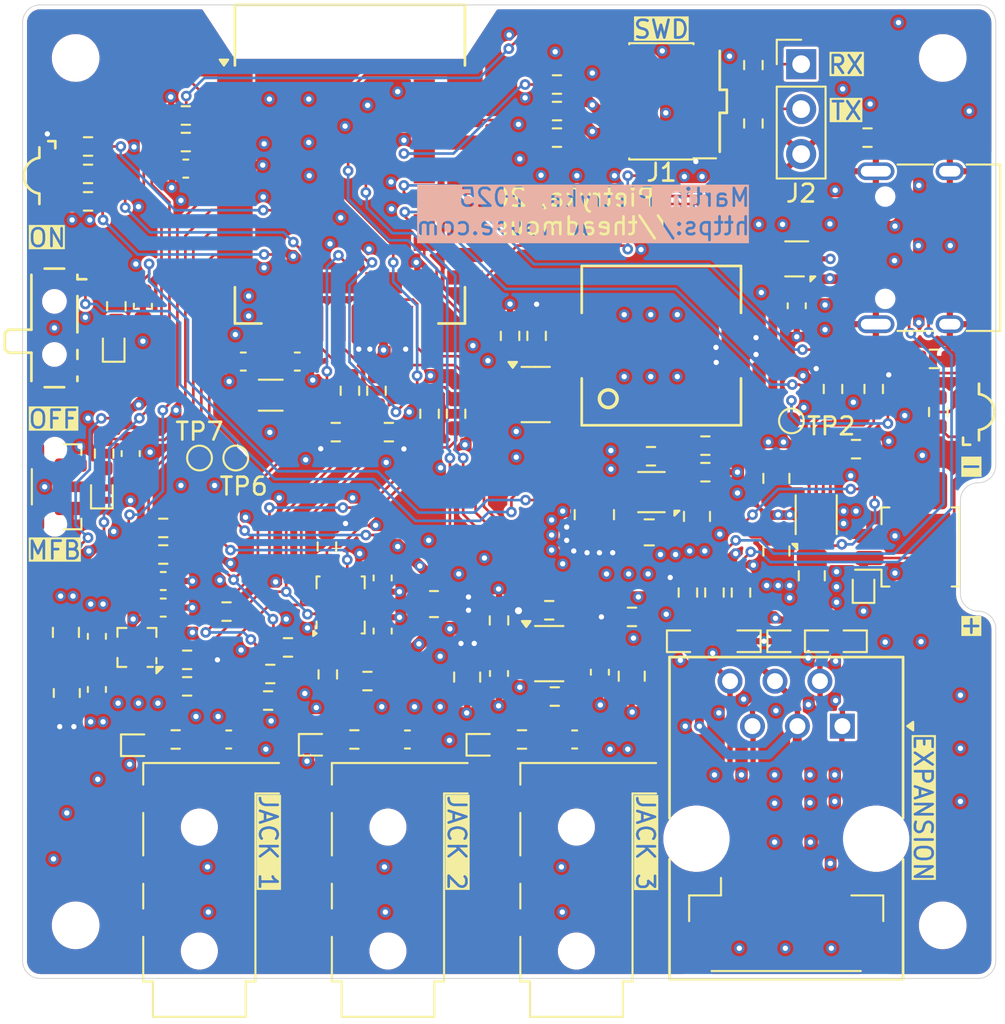
<source format=kicad_pcb>
(kicad_pcb (version 20241229) (generator "pcbnew") (generator_version "9.0")
  (title_block (title "theadmouse") (date "2025-08-08") (rev "A"))
  (layers (0 "F.Cu" signal) (4 "In1.Cu" power) (6 "In2.Cu" power) (2 "B.Cu" power) (13 "F.Paste" user) (15 "B.Paste" user) (5 "F.SilkS" user "F.Silkscreen") (7 "B.SilkS" user "B.Silkscreen") (1 "F.Mask" user) (3 "B.Mask" user) (25 "Edge.Cuts" user))
  (net 0 "")
  (net 1 "GND")
  (net 2 "Net-(U1B-P0.00{slash}XL1)")
  (net 3 "Net-(U1B-P0.01{slash}XL2)")
  (net 4 "VBUS")
  (net 5 "VSYS")
  (net 6 "VBAT")
  (net 7 "/VBAT_MEAS")
  (net 8 "EXT_3V3")
  (net 9 "VDD_3V3")
  (net 10 "Net-(U5-EN)")
  (net 11 "Net-(U6-VDD)")
  (net 12 "Net-(U7-Vdd)")
  (net 13 "Net-(U7-C1)")
  (net 14 "/BTN_JACK_1")
  (net 15 "/BTN_JACK_2")
  (net 16 "/BTN_JACK_3")
  (net 17 "/BTN_MFB")
  (net 18 "Net-(D2-A2)")
  (net 19 "/EXT_GPIO_2")
  (net 20 "/EXT_GPIO_1")
  (net 21 "/EXT_I2C_SDA")
  (net 22 "/EXT_I2C_SCL")
  (net 23 "Net-(D8-A2)")
  (net 24 "Net-(D9-A2)")
  (net 25 "Net-(D10-A2)")
  (net 26 "Net-(D11-GK)")
  (net 27 "Net-(D11-BK)")
  (net 28 "Net-(D11-RK)")
  (net 29 "Net-(D12-A2)")
  (net 30 "Net-(D13-A)")
  (net 31 "/Power/~{CHRG_PG}")
  (net 34 "/SWO")
  (net 35 "/~{RESET}")
  (net 36 "/SWCLK")
  (net 37 "/SWDIO")
  (net 38 "/UART_TX")
  (net 39 "/UART_RX")
  (net 40 "Net-(J4-CC1)")
  (net 41 "Net-(J4-D+-PadA6)")
  (net 42 "Net-(J4-D--PadA7)")
  (net 44 "Net-(J4-CC2)")
  (net 52 "Net-(U5-SW)")
  (net 53 "Net-(Q1-D)")
  (net 54 "/SPK_PWM")
  (net 55 "/CHRG_I2C_SCL")
  (net 56 "/CHRG_I2C_SDA")
  (net 57 "/SENS_SPI_SCLK")
  (net 58 "/SENS_SPI_MOSI")
  (net 59 "Net-(U1A-SWDIO)")
  (net 60 "Net-(U1A-SWDCLK)")
  (net 61 "Net-(U1B-P0.13)")
  (net 62 "Net-(U1B-P0.05{slash}AIN3)")
  (net 63 "Net-(U1C-P1.09)")
  (net 64 "Net-(U1C-P1.00)")
  (net 65 "/~{SENS_IMU_CS}")
  (net 66 "/~{SENS_MAG_CS}")
  (net 67 "Net-(U3-TS{slash}MR)")
  (net 68 "Net-(U5-MODE)")
  (net 69 "/~{EXT_3V3_FAULT}")
  (net 70 "Net-(U4-ILIM)")
  (net 71 "Net-(U5-VSET)")
  (net 72 "/EXT_3V3_EN")
  (net 73 "/SENS_IMU_INT_2")
  (net 74 "/SENS_MAG_DRDY")
  (net 75 "Net-(U7-SCL{slash}SPC)")
  (net 76 "Net-(U6-SDX)")
  (net 77 "Net-(U6-SCX)")
  (net 78 "/SENS_SPI_MISO")
  (net 79 "/LED_R")
  (net 80 "/LED_G")
  (net 81 "/LED_B")
  (net 82 "Net-(U6-SDO{slash}SA0)")
  (net 83 "/~{CHRG_INT}")
  (net 84 "/SENS_IMU_INT_1")
  (net 85 "/USB_D-")
  (net 86 "/USB_D+")
  (net 94 "Net-(U7-SDA{slash}SDI{slash}SDO)")
  (net 95 "Net-(U1B-P0.24)")
  (net 96 "Net-(U1B-P0.22)")
  (net 97 "Net-(U1B-P0.03{slash}AIN1)")
  (net 98 "Net-(U1B-P0.10{slash}NFC2)")
  (net 99 "Net-(U1B-P0.09{slash}NFC1)")
  (footprint "Resistor_SMD:R_0603_1608Metric" (layer "F.Cu") (at 137.65 102.5 180)
    (property "Reference" "R41" (hide yes))
    (property "Value" "100R" (hide yes))
  )
  (footprint "Diode_SMD:D_SOD-882" (layer "F.Cu") (at 169.9 96.95 180)
    (property "Reference" "D6" (hide yes))
    (property "Value" "H5VL10B" (hide yes))
  )
  (footprint "Diode_SMD:D_SOD-882" (layer "F.Cu") (at 175.9 96.95 180)
    (property "Reference" "D3" (hide yes))
    (property "Value" "H5VL10B" (hide yes))
  )
  (footprint "theadmouse:Module_RF_Ebyte_E73-2G4M08S1C_Castellated" (layer "F.Cu") (at 147.5 70)
    (property "Reference" "U1" (hide yes))
    (property "Value" "E73-2G4M08S1C" (hide yes))
  )
  (footprint "Resistor_SMD:R_0603_1608Metric" (layer "F.Cu") (at 148.4875 99.2 180)
    (property "Reference" "R36" (hide yes))
    (property "Value" "0R" (hide yes))
  )
  (footprint "Resistor_SMD:R_0603_1608Metric" (layer "F.Cu") (at 174.8 82.7 -90)
    (property "Reference" "R1" (hide yes))
    (property "Value" "10k" (hide yes))
  )
  (footprint "Resistor_SMD:R_0603_1608Metric" (layer "F.Cu") (at 180.5 81)
    (property "Reference" "R20" (hide yes))
    (property "Value" "5k1" (hide yes))
  )
  (footprint "Resistor_SMD:R_0603_1608Metric" (layer "F.Cu") (at 133.61 86.35 -90)
    (property "Reference" "R49" (hide yes))
    (property "Value" "100R" (hide yes))
  )
  (footprint "Capacitor_SMD:C_0805_2012Metric" (layer "F.Cu") (at 171.6 91.85 -90)
    (property "Reference" "C5" (hide yes))
    (property "Value" "10u" (hide yes))
  )
  (footprint "TestPoint:TestPoint_Pad_D1.0mm" (layer "F.Cu") (at 139 86.6)
    (property "Reference" "TP7")
    (property "Value" "SENS_IMU_INT2" (hide yes))
  )
  (footprint "Capacitor_SMD:C_0603_1608Metric" (layer "F.Cu") (at 149.35 93.375 -90)
    (property "Reference" "C14" (hide yes))
    (property "Value" "100n" (hide yes))
  )
  (footprint "Connector_PinHeader_2.54mm:PinHeader_1x03_P2.54mm_Vertical" (layer "F.Cu") (at 173 64.35)
    (property "Reference" "J2")
    (property "Value" "CON_UART" (hide yes))
  )
  (footprint "Connector_JST:JST_GH_SM06B-GHS-TB_1x06-1MP_P1.25mm_Horizontal" (layer "F.Cu") (at 172.155 113.02)
    (property "Reference" "J6" (hide yes))
    (property "Value" "CON_EXT" (hide yes))
  )
  (footprint "Resistor_SMD:R_0603_1608Metric" (layer "F.Cu") (at 159.2 65.5)
    (property "Reference" "R16" (hide yes))
    (property "Value" "22R" (hide yes))
  )
  (footprint "Capacitor_SMD:C_0603_1608Metric" (layer "F.Cu") (at 150.75 102.5 180)
    (property "Reference" "C22" (hide yes))
    (property "Value" "10n" (hide yes))
  )
  (footprint "Resistor_SMD:R_0603_1608Metric" (layer "F.Cu") (at 138.225 67.25 180)
    (property "Reference" "R23" (hide yes))
    (property "Value" "10M" (hide yes))
  )
  (footprint "Resistor_SMD:R_0603_1608Metric" (layer "F.Cu") (at 158.05 79.7 90)
    (property "Reference" "R42" (hide yes))
    (property "Value" "1k" (hide yes))
  )
  (footprint "Resistor_SMD:R_0603_1608Metric" (layer "F.Cu") (at 170.3 64.4 -90)
    (property "Reference" "R8" (hide yes))
    (property "Value" "100R" (hide yes))
  )
  (footprint "Diode_SMD:D_SOD-882" (layer "F.Cu") (at 135.375 102.825)
    (property "Reference" "D8" (hide yes))
    (property "Value" "H5VL10B" (hide yes))
  )
  (footprint "theadmouse:SW_Push_1P1T-MP_NO_Horizontal_Alps_SKRTLAE010_Custom3D" (layer "F.Cu") (at 130.825 88.225 -90)
    (property "Reference" "SW2" (hide yes))
    (property "Value" "SW_MFB" (hide yes))
  )
  (footprint "Package_TO_SOT_SMD:SOT-23-6" (layer "F.Cu") (at 158.7625 97.65)
    (property "Reference" "U4" (hide yes))
    (property "Value" "TPS22950" (hide yes))
  )
  (footprint "Resistor_SMD:R_0603_1608Metric" (layer "F.Cu") (at 163.4375 95.575)
    (property "Reference" "R5" (hide yes))
    (property "Value" "10k" (hide yes))
  )
  (footprint "Resistor_SMD:R_0603_1608Metric" (layer "F.Cu") (at 136.95 92.05 180)
    (property "Reference" "R40" (hide yes))
    (property "Value" "0R" (hide yes))
  )
  (footprint "theadmouse:Jack_3.5mm_KoreanHropartsElec_PJ-320D-4A_Horizontal_Custom" (layer "F.Cu") (at 138.99 109.7 90)
    (property "Reference" "J8" (hide yes))
    (property "Value" "PJ-320D-4A" (hide yes))
  )
  (footprint "Capacitor_SMD:C_0603_1608Metric" (layer "F.Cu") (at 161.625 98.7 -90)
    (property "Reference" "C8" (hide yes))
    (property "Value" "100n" (hide yes))
  )
  (footprint "Resistor_SMD:R_0603_1608Metric" (layer "F.Cu") (at 132.7 70.55)
    (property "Reference" "R47" (hide yes))
    (property "Value" "390R" (hide yes))
  )
  (footprint "Capacitor_SMD:C_0603_1608Metric" (layer "F.Cu") (at 144.525 81.15)
    (property "Reference" "C2" (hide yes))
    (property "Value" "15p" (hide yes))
  )
  (footprint "TestPoint:TestPoint_Pad_D1.0mm" (layer "F.Cu") (at 172.45 84.5)
    (property "Reference" "TP2")
    (property "Value" "~{CHRG_INT}" (hide yes))
  )
  (footprint "Capacitor_SMD:C_0603_1608Metric" (layer "F.Cu") (at 133.2 99.675 -90)
    (property "Reference" "C16" (hide yes))
    (property "Value" "100n" (hide yes))
  )
  (footprint "Capacitor_SMD:C_0603_1608Metric" (layer "F.Cu") (at 149.35 96.375 90)
    (property "Reference" "C15" (hide yes))
    (property "Value" "100n" (hide yes))
  )
  (footprint "Resistor_SMD:R_0603_1608Metric" (layer "F.Cu") (at 146.2 91.6 -90)
    (property "Reference" "R50" (hide yes))
    (property "Value" "470k" (hide yes))
  )
  (footprint "Resistor_SMD:R_0603_1608Metric" (layer "F.Cu") (at 156.55 79.7 -90)
    (property "Reference" "R43" (hide yes))
    (property "Value" "100k" (hide yes))
  )
  (footprint "Capacitor_SMD:C_0805_2012Metric" (layer "F.Cu") (at 164.4125 90.8)
    (property "Reference" "C10" (hide yes))
    (property "Value" "10u" (hide yes))
  )
  (footprint "Capacitor_SMD:C_0805_2012Metric" (layer "F.Cu") (at 131.45 96.45 90)
    (property "Reference" "C18" (hide yes))
    (property "Value" "10u" (hide yes))
  )
  (footprint "Resistor_SMD:R_0603_1608Metric" (layer "F.Cu") (at 177.1 82.7 -90)
    (property "Reference" "R2" (hide yes))
    (property "Value" "10k" (hide yes))
  )
  (footprint "Resistor_SMD:R_0603_1608Metric" (layer "F.Cu") (at 176.75 68.5 180)
    (property "Reference" "R19" (hide yes))
    (property "Value" "5k1" (hide yes))
  )
  (footprint "Resistor_SMD:R_0603_1608Metric" (layer "F.Cu") (at 170.3 67.7 90)
    (property "Reference" "R7" (hide yes))
    (property "Value" "100R" (hide yes))
  )
  (footprint "Resistor_SMD:R_0603_1608Metric" (layer "F.Cu") (at 166.6 94.2 -90)
    (property "Reference" "R6" (hide yes))
    (property "Value" "10k" (hide yes))
  )
  (footprint "Diode_SMD:D_SOD-882" (layer "F.Cu") (at 154.9 102.8)
    (property "Reference" "D10" (hide yes))
    (property "Value" "H5VL10B" (hide yes))
  )
  (footprint "Package_LGA:LGA-14_3x2.5mm_P0.5mm_LayoutBorder3x4y" (layer "F.Cu") (at 146.975 94.9 90)
    (property "Reference" "U6" (hide yes))
    (property "Value" "LSM6DSL" (hide yes))
  )
  (footprint "Resistor_SMD:R_0603_1608Metric" (layer "F.Cu") (at 159.075 100.075 180)
    (property "Reference" "R27" (hide yes))
    (property "Value" "4k3" (hide yes))
  )
  (footprint "Resistor_SMD:R_0603_1608Metric" (layer "F.Cu") (at 149.7 85.1375 180)
    (property "Reference" "R3" (hide yes))
    (property "Value" "10k" (hide yes))
  )
  (footprint "Capacitor_SMD:C_0603_1608Metric" (layer "F.Cu") (at 138.225 70.25 180)
    (property "Reference" "C7" (hide yes))
    (property "Value" "10n" (hide yes))
  )
  (footprint "Resistor_SMD:R_0603_1608Metric" (layer "F.Cu") (at 142.875 100.3 180)
    (property "Reference" "R35" (hide yes))
    (property "Value" "0R" (hide yes))
  )
  (footprint "theadmouse:Jack_3.5mm_KoreanHropartsElec_PJ-320D-4A_Horizontal_Custom" (layer "F.Cu") (at 149.65 109.7 90)
    (property "Reference" "J9" (hide yes))
    (property "Value" "PJ-320D-4A" (hide yes))
  )
  (footprint "Resistor_SMD:R_0603_1608Metric" (layer "F.Cu") (at 164.5125 86.5 180)
    (property "Reference" "R28" (hide yes))
    (property "Value" "267k" (hide yes))
  )
  (footprint "Resistor_SMD:R_0603_1608Metric" (layer "F.Cu") (at 152 84.1 -90)
    (property "Reference" "R18" (hide yes))
    (property "Value" "22R" (hide yes))
  )
  (footprint "Resistor_SMD:R_0603_1608Metric" (layer "F.Cu") (at 138.3 98 180)
    (property "Reference" "R51" (hide yes))
    (property "Value" "470k" (hide yes))
  )
  (footprint "Resistor_SMD:R_0603_1608Metric" (layer "F.Cu") (at 155.925 95.775 90)
    (property "Reference" "R29" (hide yes))
    (property "Value" "470k" (hide yes))
  )
  (footprint "Capacitor_SMD:C_0603_1608Metric" (layer "F.Cu") (at 141.475 81.15 180)
    (property "Reference" "C1" (hide yes))
    (property "Value" "15p" (hide yes))
  )
  (footprint "Diode_SMD:D_SOD-882" (layer "F.Cu") (at 166.225 96.95)
    (property "Reference" "D7" (hide yes))
    (property "Value" "H5VL10B" (hide yes))
  )
  (footprint "Diode_SMD:D_SOD-882" (layer "F.Cu") (at 133.48 88.6375 90)
    (property "Reference" "D12" (hide yes))
    (property "Value" "H5VL10B" (hide yes))
  )
  (footprint "Capacitor_SMD:C_0805_2012Metric" (layer "F.Cu") (at 154.125 98.975 -90)
    (property "Reference" "C25" (hide yes))
    (property "Value" "10u" (hide yes))
  )
  (footprint "Resistor_SMD:R_0603_1608Metric" (layer "F.Cu") (at 158.7625 95.2)
    (property "Reference" "R25" (hide yes))
    (property "Value" "100k" (hide yes))
  )
  (footprint "theadmouse:SW_SPDT_ALPS_SSSS811101_SMT_Horizontal" (layer "F.Cu") (at 130.8 79.25 -90)
    (property "Reference" "SW1" (hide yes))
    (property "Value" "SW_PWR" (hide yes))
  )
  (footprint "Resistor_SMD:R_0603_1608Metric" (layer "F.Cu") (at 138.3 99.5)
    (property "Reference" "R38" (hide yes))
    (property "Value" "0R" (hide yes))
  )
  (footprint "Resistor_SMD:R_0603_1608Metric" (layer "F.Cu") (at 146.25 98.825 -90)
    (property "Reference" "R37" (hide yes))
    (property "Value" "0R" (hide yes))
  )
  (footprint "Resistor_SMD:R_0603_1608Metric" (layer "F.Cu") (at 159.2 67)
    (property "Reference" "R10" (hide yes))
    (property "Value" "22R" (hide yes))
  )
  (footprint "Resistor_SMD:R_0603_1608Metric" (layer "F.Cu") (at 143 98.8)
    (property "Reference" "R34" (hide yes))
    (property "Value" "0R" (hide yes))
  )
  (footprint "MountingHole:MountingHole_2.2mm_M2_ISO7380" (layer "F.Cu") (at 181 64)
    (property "Reference" "H2" (hide yes))
    (property "Value" "MountingHole" (hide yes))
  )
  (footprint "Resistor_SMD:R_0603_1608Metric" (layer "F.Cu") (at 147.5 82.8 90)
    (property "Reference" "R13" (hide yes))
    (property "Value" "22R" (hide yes))
  )
  (footprint "Capacitor_SMD:C_0805_2012Metric" (layer "F.Cu") (at 171.6 87.75 90)
    (property "Reference" "C4" (hide yes))
    (property "Value" "10u" (hide yes))
  )
  (footprint "Resistor_SMD:R_0603_1608Metric" (layer "F.Cu") (at 180.75 84 90)
    (property "Reference" "R52" (hide yes))
    (property "Value" "1k5" (hide yes))
  )
  (footprint "Diode_SMD:D_SOD-882" (layer "F.Cu") (at 171.9 96.95)
    (property "Reference" "D5" (hide yes))
    (property "Value" "H5VL10B" (hide yes))
  )
  (footprint "TestPoint:TestPoint_Pad_D1.0mm" (layer "F.Cu") (at 141.05 86.6)
    (property "Reference" "TP6")
    (property "Value" "SENS_IMU_INT1" (hide yes))
  )
  (footprint "Package_TO_SOT_SMD:SOT-666" (layer "F.Cu") (at 172.75 75.35 180)
    (property "Reference" "U2" (hide yes))
    (property "Value" "USBLC6-2P6" (hide yes))
  )
  (footprint "Resistor_SMD:R_0603_1608Metric" (layer "F.Cu") (at 132.7 69)
    (property "Reference" "R48" (hide yes))
    (property "Value" "270R" (hide yes))
  )
  (footprint "Diode_SMD:D_SOD-882" (layer "F.Cu") (at 176.525 93.975 90)
    (property "Reference" "D1" (hide yes))
    (property "Value" "H5VL10B" (hide yes))
  )
  (footprint "Diode_SMD:D_SOD-882" (layer "F.Cu") (at 134.15 80.35 90)
    (property "Reference" "D2" (hide yes))
    (property "Value" "H5VL10B" (hide yes))
  )
  (footprint "Package_SON:Texas_VSON-HR-8_1.5x2mm_P0.5mm" (layer "F.Cu") (at 164.5375 88.525 180)
    (property "Reference" "U5" (hide yes))
    (property "Value" "TPS62840DLC" (hide yes))
  )
  (footprint "Resistor_SMD:R_0805_2012Metric" (layer "F.Cu") (at 152.25 94.85)
    (property "Reference" "R31" (hide yes))
    (property "Value" "0R" (hide yes))
  )
  (footprint "Capacitor_SMD:C_0603_1608Metric" (layer "F.Cu") (at 155.925 98.775 -90)
    (property "Reference" "C11" (hide yes))
    (property "Value" "100n" (hide yes))
  )
  (footprint "Resistor_SMD:R_0603_1608Metric" (layer "F.Cu") (at 176.1 86.1 180)
    (property "Reference" "R21" (hide yes))
    (property "Value" "10k" (hide yes))
  )
  (footprint "Capacitor_SMD:C_0805_2012Metric" (layer "F.Cu") (at 173.6 93.25 -90)
    (property "Reference" "C6" (hide yes))
    (property "Value" "10u" (hide yes))
  )
  (footprint "Resistor_SMD:R_0603_1608Metric" (layer "F.Cu") (at 149 82.8 90)
    (property "Reference" "R14" (hide yes))
    (property "Value" "22R" (hide yes))
  )
  (footprint "theadmouse:RJ25_TE_215876-1_Horizontal" (layer "F.Cu") (at 175.33 101.745)
    (property "Reference" "J7" (hide yes))
    (property "Value" "CON_EXT_RJ" (hide yes))
  )
  (footprint "Resistor_SMD:R_0603_1608Metric" (layer "F.Cu") (at 134.3 78.025 90)
    (property "Reference" "R30" (hide yes))
    (property "Value" "10k" (hide yes))
  )
  (footprint "Resistor_SMD:R_0603_1608Metric" (layer "F.Cu") (at 157.225 102.5 180)
    (property "Reference" "R45" (hide yes))
    (property "Value" "100R" (hide yes))
  )
  (footprint "Inductor_SMD:L_1008_2520Metric" (layer "F.Cu") (at 161.3125 89.8 -90)
    (property "Reference" "L1" (hide yes))
    (property "Value" "2u2" (hide yes))
  )
  (footprint "Resistor_SMD:R_0603_1608Metric" (layer "F.Cu") (at 159.2 68.5 180)
    (property "Reference" "R9" (hide yes))
    (property "Value" "22R" (hide yes))
  )
  (footprint "Resistor_SMD:R_0603_1608Metric" (layer "F.Cu") (at 168.1 94.2 -90)
    (property "Reference" "R11" (hide yes))
    (property "Value" "100R" (hide yes))
  )
  (footprint "Resistor_SMD:R_0603_1608Metric" (layer "F.Cu") (at 167.5875 87.4 180)
    (property "Reference" "R26" (hide yes))
    (property "Value" "0R" (hide yes))
  )
  (footprint "theadmouse:LED_RGB_TUOZHAN_P4-1204RGBWS2-1.5T-A_Horizontal" (layer "F.Cu") (at 130.4 70.65 90)
    (property "Reference" "D11" (hide yes))
    (property "Value" "LED_STATUS" (hide yes))
  )
  (footprint "theadmouse:USB_C_Receptacle_HRO_TYPE-C-31-M-12_Custom3D" (layer "F.Cu") (at 180.35 74.72 90)
    (property "Reference" "J4" (hide yes))
    (property "Value" "TYPE-C-31-M-12" (hide yes))
  )
  (footprint "Resistor_SMD:R_0603_1608Metric" (layer "F.Cu") (at 169.6 94.2 90)
    (property "Reference" "R12" (hide yes))
    (property "Value" "100R" (hide yes))
  )
  (footprint "Resistor_SMD:R_0603_1608Metric" (layer "F.Cu") (at 144 97.3 180)
    (property "Reference" "R53" (hide yes))
    (property "Value" "22R" (hide yes))
  )
  (footprint "Capacitor_SMD:C_0603_1608Metric" (layer "F.Cu") (at 172.75 78 -90)
    (property "Reference" "C3" (hide yes))
    (property "Value" "100n" (hide yes))
  )
  (footprint "Resistor_SMD:R_0603_1608Metric" (layer "F.Cu") (at 140.525 95.275)
    (property "Reference" "R39" (hide yes))
    (property "Value" "0R" (hide yes))
  )
  (footprint "MountingHole:MountingHole_2.2mm_M2_ISO7380" (layer "F.Cu") (at 132 113)
    (property "Reference" "H1" (hide yes))
    (property "Value" "MountingHole" (hide yes))
  )
  (footprint "Capacitor_SMD:C_0603_1608Metric" (layer "F.Cu") (at 135.11 86.35 90)
    (property "Reference" "C24" (hide yes))
    (property "Value" "10n" (hide yes))
  )
  (footprint "Capacitor_SMD:C_0603_1608Metric" (layer "F.Cu") (at 136.95 95.05)
    (property "Reference" "C26" (hide yes))
    (property "Value" "100n" (hide yes))
  )
  (footprint "Capacitor_SMD:C_0603_1608Metric" (layer "F.Cu") (at 135.8 78.025 -90)
    (property "Reference" "C13" (hide yes))
    (property "Value" "100n" (hide yes))
  )
  (footprint "Capacitor_SMD:C_0805_2012Metric" (layer "F.Cu") (at 167.1125 89.9 -90)
    (property "Reference" "C12" (hide yes))
    (property "Value" "10u" (hide yes))
  )
  (footprint "Resistor_SMD:R_0603_1608Metric" (layer "F.Cu") (at 136.95 90.55)
    (property "Reference" "R32" (hide yes))
    (property "Value" "0R" (hide yes))
  )
  (footprint "Capacitor_SMD:C_0603_1608Metric" (layer "F.Cu") (at 140.65 102.5 180)
    (property "Reference" "C21" (hide yes))
    (property "Value" "10n" (hide yes))
  )
  (footprint "theadmouse:Jack_3.5mm_KoreanHropartsElec_PJ-320D-4A_Horizontal_Custom" (layer "F.Cu") (at 160.3 109.7 90)
    (property "Reference" "J10" (hide yes))
    (property "Value" "PJ-320D-4A" (hide yes))
  )
  (footprint "Capacitor_SMD:C_0603_1608Metric" (layer "F.Cu") (at 136.95 93.55)
    (property "Reference" "C19" (hide yes))
    (property "Value" "100n" (hide yes))
  )
  (footprint "Resistor_SMD:R_0603_1608Metric" (layer "F.Cu") (at 138.225 68.75)
    (property "Reference" "R22" (hide yes))
    (property "Value" "4M02" (hide yes))
  )
  (footprint "Resistor_SMD:R_0603_1608Metric" (layer "F.Cu") (at 153.5 84.1 90)
    (property "Reference" "R17" (hide yes))
    (property "Value" "22R" (hide yes))
  )
  (footprint "Resistor_SMD:R_0805_2012Metric" (layer "F.Cu") (at 131.5 99.875 -90)
    (property "Reference" "R33" (hide yes))
    (property "Value" "0R" (hide yes))
  )
  (footprint "Capacitor_SMD:C_0603_1608Metric" (layer "F.Cu") (at 160.2 102.5 180)
    (property "Reference" "C23" (hide yes))
    (property "Value" "10n" (hide yes))
  )
  (footprint "theadmouse:LED_Green_MEIHUA_MHS110UGCT_Horizontal" (layer "F.Cu") (at 182.6 84 -90)
    (property "Reference" "D13" (hide yes))
    (property "Value" "LED_PGOOD" (hide yes))
  )
  (footprint "Connector_PinHeader_1.27mm:PinHeader_2x05_P1.27mm_Vertical_SMD" (layer "F.Cu") (at 165.1 66.45 180)
    (property "Reference" "J1")
    (property "Value" "CON_SWD" (hide yes))
  )
  (footprint "Package_TO_SOT_SMD:SOT-23-3" (layer "F.Cu") (at 158 83.0125)
    (property "Reference" "Q1" (hide yes))
    (property "Value" "HL2312" (hide yes))
  )
  (footprint "Package_LGA:LGA-12_2x2mm_P0.5mm" (layer "F.Cu") (at 135.4625 97.3 180)
    (property "Reference" "U7" (hide yes))
    (property "Value" "LIS2MDL" (hide yes))
  )
  (footprint "Connector_Molex:Molex_PicoBlade_53261-0271_1x02-1MP_P1.25mm_Horizontal" (layer "F.Cu") (at 179.25 91.625 90)
    (property "Reference" "J5" (hide yes))
    (property "Value" "CON_BAT" (hide yes))
  )
  (footprint "MountingHole:MountingHole_2.2mm_M2_ISO7380" (layer "F.Cu") (at 181 113)
    (property "Reference" "H4" (hide yes))
    (property "Value" "MountingHole" (hide yes))
  )
  (footprint "theadmouse:Buzzer_FUET_FST-9018_9x9mm" (layer "F.Cu") (at 165.1 80.25 180)
    (property "Reference" "LS1" (hide yes))
    (property "Value" "FUET-9018" (hide yes))
  )
  (footprint "Capacitor_SMD:C_0603_1608Metric" (layer "F.Cu") (at 133.2 96.675 90)
    (property "Reference" "C17" (hide yes))
    (property "Value" "100n" (hide yes))
  )
  (footprint "Resistor_SMD:R_0603_1608Metric" (layer "F.Cu") (at 167.5875 85.9)
    (property "Reference" "R24" (hide yes))
    (property "Value" "0R" (hide yes))
  )
  (footprint "Capacitor_SMD:C_0805_2012Metric" (layer "F.Cu") (at 163.425 98.925 -90)
    (property "Reference" "C9" (hide yes))
    (property "Value" "10u" (hide yes))
  )
  (footprint "Resistor_SMD:R_0603_1608Metric" (layer "F.Cu") (at 146.7 85.1375)
    (property "Reference" "R4" (hide yes))
    (property "Value" "10k" (hide yes))
  )
  (footprint "Resistor_SMD:R_0603_1608Metric" (layer "F.Cu") (at 132.7 72.1)
    (property "Reference" "R46" (hide yes))
    (property "Value" "470R" (hide yes))
  )
  (footprint "MountingHole:MountingHole_2.2mm_M2_ISO7380" (layer "F.Cu") (at 132 64)
    (property "Reference" "H3" (hide yes))
    (property "Value" "MountingHole" (hide yes))
  )
  (footprint "Package_DFN_QFN:Texas_DLH0010A_WSON-10-1EP_2.2x2mm_P0.4mm_EP0.9x1.5mm" (layer "F.Cu") (at 173.85 89.8 90)
    (property "Reference" "U3" (hide yes))
    (property "Value" "BQ25186" (hide yes))
  )
  (footprint "Diode_SMD:D_SOD-882" (layer "F.Cu") (at 145.425 102.8)
    (property "Reference" "D9" (hide yes))
    (property "Value" "H5VL10B" (hide yes))
  )
  (footprint "Crystal:Crystal_SMD_3215-2Pin_3.2x1.5mm" (layer "F.Cu") (at 143.025 83.05)
    (property "Reference" "Y1" (hide yes))
    (property "Value" "32.768 kHz" (hide yes))
  )
  (footprint "Diode_SMD:D_SOD-882" (layer "F.Cu") (at 174.025 96.95)
    (property "Reference" "D4" (hide yes))
    (property "Value" "H5VL10B" (hide yes))
  )
  (footprint "Resistor_SMD:R_0603_1608Metric" (layer "F.Cu") (at 147.75 102.5 180)
    (property "Reference" "R44" (hide yes))
    (property "Value" "100R" (hide yes))
  )
  (gr_line (start 168.4 67.1) (end 168.4 69.3) (stroke (width 0.153)) (layer "F.SilkS"))
  (gr_line (start 168.8 67.1) (end 168.4 67.1) (stroke (width 0.153)) (layer "F.SilkS"))
  (gr_line (start 168.4 63.6) (end 168.4 65.8) (stroke (width 0.153)) (layer "F.SilkS"))
  (gr_line (start 168.4 65.8) (end 168.8 65.8) (stroke (width 0.153)) (layer "F.SilkS"))
  (gr_line (start 168.8 65.8) (end 168.8 67.1) (stroke (width 0.153)) (layer "F.SilkS"))
  (gr_arc (start 183.000001 95.249999) (mid 182.292894 94.957106) (end 182.000001 94.249999) (stroke (width 0.05)) (layer "Edge.Cuts"))
  (gr_arc (start 129 62) (mid 129.292893 61.292893) (end 130 61) (stroke (width 0.05)) (layer "Edge.Cuts"))
  (gr_line (start 184 87) (end 184 62) (stroke (width 0.05)) (layer "Edge.Cuts"))
  (gr_arc (start 183.000001 95.249999) (mid 183.707108 95.542892) (end 184.000001 96.249999) (stroke (width 0.05)) (layer "Edge.Cuts"))
  (gr_arc (start 184 115) (mid 183.707107 115.707107) (end 183 116) (stroke (width 0.05)) (layer "Edge.Cuts"))
  (gr_arc (start 183 61) (mid 183.707107 61.292893) (end 184 62) (stroke (width 0.05)) (layer "Edge.Cuts"))
  (gr_line (start 183 61) (end 130 61) (stroke (width 0.05)) (layer "Edge.Cuts"))
  (gr_line (start 130 116) (end 183 116) (stroke (width 0.05)) (layer "Edge.Cuts"))
  (gr_line (start 184 96.25) (end 184 115) (stroke (width 0.05)) (layer "Edge.Cuts"))
  (gr_line (start 182 89) (end 182 94.25) (stroke (width 0.05)) (layer "Edge.Cuts"))
  (gr_line (start 129 62) (end 129 115) (stroke (width 0.05)) (layer "Edge.Cuts"))
  (gr_arc (start 184 87) (mid 183.707107 87.707107) (end 183 88) (stroke (width 0.05)) (layer "Edge.Cuts"))
  (gr_arc (start 130 116) (mid 129.292893 115.707107) (end 129 115) (stroke (width 0.05)) (layer "Edge.Cuts"))
  (gr_arc (start 182 89) (mid 182.292893 88.292893) (end 183 88) (stroke (width 0.05)) (layer "Edge.Cuts"))
  (gr_text "Tina" (at 168.625 71.3 0) (layer "B.Cu" knockout) (effects (font (size 1 1)) (justify left top mirror)))
  (gr_text "JACK 2" (at 152.95 105.57 270) (layer "F.SilkS" knockout) (effects (font (size 1 1)) (justify left bottom)))
  (gr_text "EXPANSION\n" (at 179.3 102.1 270) (layer "F.SilkS" knockout) (effects (font (size 1 1)) (justify left bottom)))
  (gr_text "SWD" (at 165.1 61.8 0) (layer "F.SilkS" knockout) (effects (font (size 1 1) (thickness 0.153)) (justify top)))
  (gr_text "OFF\n" (at 129.25 85 0) (layer "F.SilkS" knockout) (effects (font (size 1 1)) (justify left bottom)))
  (gr_text "MFB" (at 129.2 92.4 0) (layer "F.SilkS" knockout) (effects (font (size 1 1)) (justify left bottom)))
  (gr_text "JACK 1" (at 142.29 105.57 270) (layer "F.SilkS" knockout) (effects (font (size 1 1)) (justify left bottom)))
  (gr_text "ON" (at 129.25 74.75 0) (layer "F.SilkS" knockout) (effects (font (size 1 1)) (justify left bottom)))
  (gr_text "-\n" (at 181.9 87.6 0) (layer "F.SilkS" knockout) (effects (font (size 1 1)) (justify left bottom)))
  (gr_text "RX" (at 174.45 63.8 0) (layer "F.SilkS" knockout) (effects (font (size 1 1) (thickness 0.153)) (justify left top)))
  (gr_text "JACK 3" (at 163.61 105.58 270) (layer "F.SilkS" knockout) (effects (font (size 1 1)) (justify left bottom)))
  (gr_text "TX\n" (at 174.6 66.4 0) (layer "F.SilkS" knockout) (effects (font (size 1 1) (thickness 0.153)) (justify left top)))
  (gr_text "theadmouse\nRev: ${REVISION}" (at 156.17 71.45 0) (layer "F.SilkS" knockout) (effects (font (size 1 1)) (justify left top)))
  (gr_text "+" (at 181.9 96.6 0) (layer "F.SilkS" knockout) (effects (font (size 1 1)) (justify left bottom)))
  (gr_text "Martin Pietryka, 2025\nhttps://theadmouse.com" (at 170.2 71.3 0) (layer "B.SilkS" knockout) (effects (font (size 1 1)) (justify left top mirror)))
  (segment (start 137.725 95.05) (end 137.725 93.55) (width 0.5) (layer "F.Cu") (net 1))
  (segment (start 149.4 80.5) (end 149.4 79.005) (width 0.5) (layer "F.Cu") (net 1))
  (segment (start 148.65 94.9) (end 149.35 95.6) (width 0.2) (layer "F.Cu") (net 1))
  (segment (start 173.675 75.35) (end 174.65 75.35) (width 0.3) (layer "F.Cu") (net 1))
  (segment (start 134.7 97.05) (end 134.35 97.05) (width 0.3) (layer "F.Cu") (net 1))
  (segment (start 135.2125 96.5375) (end 135.2125 95.7375) (width 0.3) (layer "F.Cu") (net 1))
  (segment (start 147.8875 94.9) (end 148.65 94.9) (width 0.2) (layer "F.Cu") (net 1))
  (segment (start 134.35 97.05) (end 133.2 95.9) (width 0.3) (layer "F.Cu") (net 1))
  (segment (start 135.2125 95.7375) (end 135.25 95.7) (width 0.3) (layer "F.Cu") (net 1))
  (segment (start 142.575 70.05) (end 141 70.05) (width 0.5) (layer "F.Cu") (net 1))
  (segment (start 147.8875 94.4) (end 149.1 94.4) (width 0.2) (layer "F.Cu") (net 1))
  (via (at 140.75 92.55) (size 0.6) (drill 0.3) (layers "F.Cu" "B.Cu") (net 1))
  (via (at 179.65 78.95) (size 0.6) (drill 0.3) (layers "F.Cu" "B.Cu") (net 1))
  (via (at 178.3 93.1) (size 0.6) (drill 0.3) (layers "F.Cu" "B.Cu") (net 1))
  (via (at 130.75 109.25) (size 0.6) (drill 0.3) (layers "F.Cu" "B.Cu") (net 1))
  (via (at 170.6 73.4) (size 0.6) (drill 0.3) (layers "F.Cu" "B.Cu") (net 1))
  (via (at 168.1 104.5) (size 0.6) (drill 0.3) (layers "F.Cu" "B.Cu") (net 1))
  (via (at 137.675 83.9) (size 0.6) (drill 0.3) (layers "F.Cu" "B.Cu") (net 1))
  (via (at 143.3 93.6) (size 0.6) (drill 0.3) (layers "F.Cu" "B.Cu") (net 1))
  (via (at 163.45 100.95) (size 0.6) (drill 0.3) (layers "F.Cu" "B.Cu") (net 1))
  (via (at 137.95 72.05) (size 0.6) (drill 0.3) (layers "F.Cu" "B.Cu") (net 1))
  (via (at 171.5 104.5) (size 0.6) (drill 0.3) (layers "F.Cu" "B.Cu") (net 1))
  (via (at 150.2 65.9) (size 0.6) (drill 0.3) (layers "F.Cu" "B.Cu") (net 1))
  (via (at 142.95 66.325) (size 0.6) (drill 0.3) (layers "F.Cu" "B.Cu") (net 1))
  (via (at 163.2 103.05) (size 0.6) (drill 0.3) (layers "F.Cu" "B.Cu") (net 1))
  (via (at 152.625 87.15) (size 0.6) (drill 0.3) (layers "F.Cu" "B.Cu") (net 1))
  (via (at 140.05 101.2) (size 0.6) (drill 0.3) (layers "F.Cu" "B.Cu") (net 1))
  (via (at 132.55 78.65) (size 0.6) (drill 0.3) (layers "F.Cu" "B.Cu") (net 1))
  (via (at 137.425 71.325) (size 0.6) (drill 0.3) (layers "F.Cu" "B.Cu") (net 1))
  (via (at 174.705 114.295) (size 0.6) (drill 0.3) (layers "F.Cu" "B.Cu") (net 1))
  (via (at 146.375 74.5) (size 0.6) (drill 0.3) (layers "F.Cu" "B.Cu") (net 1))
  (via (at 165.35 67.1) (size 0.6) (drill 0.3) (layers "F.Cu" "B.Cu") (net 1))
  (via (at 149.3 100.65) (size 0.6) (drill 0.3) (layers "F.Cu" "B.Cu") (net 1))
  (via (at 173.1 81.95) (size 0.6) (drill 0.3) (layers "F.Cu" "B.Cu") (net 1))
  (via (at 161.2 66.65) (size 0.6) (drill 0.3) (layers "F.Cu" "B.Cu") (net 1))
  (via (at 148.95 90.4) (size 0.6) (drill 0.3) (layers "F.Cu" "B.Cu") (net 1))
  (via (at 168 97.625) (size 0.6) (drill 0.3) (layers "F.Cu" "B.Cu") (net 1))
  (via (at 160.325 70.65) (size 0.6) (drill 0.3) (layers "F.Cu" "B.Cu") (net 1))
  (via (at 145.075 103.725) (size 0.6) (drill 0.3) (layers "F.Cu" "B.Cu") (net 1))
  (via (at 164.35 93.15) (size 0.6) (drill 0.3) (layers "F.Cu" "B.Cu") (net 1))
  (via (at 171.95 73.4) (size 0.6) (drill 0.3) (layers "F.Cu" "B.Cu") (net 1))
  (via (at 169.505 114.295) (size 0.6) (drill 0.3) (layers "F.Cu" "B.Cu") (net 1))
  (via (at 151.4 97.1) (size 0.6) (drill 0.3) (layers "F.Cu" "B.Cu") (net 1))
  (via (at 173.41 100.53) (size 0.6) (drill 0.3) (layers "F.Cu" "B.Cu") (net 1))
  (via (at 151.15 100.65) (size 0.6) (drill 0.3) (layers "F.Cu" "B.Cu") (net 1))
  (via (at 135.4 75.64) (size 0.6) (drill 0.3) (layers "F.Cu" "B.Cu") (net 1))
  (via (at 135.1 89) (size 0.6) (drill 0.3) (layers "F.Cu" "B.Cu") (net 1))
  (via (at 177.95 85.65) (size 0.6) (drill 0.3) (layers "F.Cu" "B.Cu") (net 1))
  (via (at 163.95 74.825) (size 0.6) (drill 0.3) (layers "F.Cu" "B.Cu") (net 1))
  (via (at 165.375 95.425) (size 0.6) (drill 0.3) (layers "F.Cu" "B.Cu") (net 1))
  (via (at 146.975 73.025) (size 0.6) (drill 0.3) (layers "F.Cu" "B.Cu") (net 1))
  (via (at 147.65 88.85) (size 0.6) (drill 0.3) (layers "F.Cu" "B.Cu") (net 1))
  (via (at 159.45 109.7) (size 0.6) (drill 0.3) (layers "F.Cu" "B.Cu") (net 1))
  (via (at 158.9 90.95) (size 0.6) (drill 0.3) (layers "F.Cu" "B.Cu") (net 1))
  (via (at 135.55 72.4) (size 0.6) (drill 0.3) (layers "F.Cu" "B.Cu") (net 1))
  (via (at 175.95 83.45) (size 0.6) (drill 0.3) (layers "F.Cu" "B.Cu") (net 1))
  (via (at 162 93.15) (size 0.6) (drill 0.3) (layers "F.Cu" "B.Cu") (net 1))
  (via (at 147.225 67.85) (size 0.6) (drill 0.3) (layers "F.Cu" "B.Cu") (net 1))
  (via (at 134.4 100.45) (size 0.6) (drill 0.3) (layers "F.Cu" "B.Cu") (net 1))
  (via (at 140.675 82.275) (size 0.6) (drill 0.3) (layers "F.Cu" "B.Cu") (net 1))
  (via (at 169.75 100.225) (size 0.6) (drill 0.3) (layers "F.Cu" "B.Cu") (net 1))
  (via (at 135.05 103.9) (size 0.6) (drill 0.3) (layers "F.Cu" "B.Cu") (net 1))
  (via (at 159.1 63.65) (size 0.6) (drill 0.3) (layers "F.Cu" "B.Cu") (net 1))
  (via (at 143.5 88.85) (size 0.6) (drill 0.3) (layers "F.Cu" "B.Cu") (net 1))
  (via (at 178.85 84.2) (size 0.6) (drill 0.3) (layers "F.Cu" "B.Cu") (net 1))
  (via (at 161.65 100.55) (size 0.6) (drill 0.3) (layers "F.Cu" "B.Cu") (net 1))
  (via (at 162.45 70.65) (size 0.6) (drill 0.3) (layers "F.Cu" "B.Cu") (net 1))
  (via (at 156.9 85.1) (size 0.6) (drill 0.3) (layers "F.Cu" "B.Cu") (net 1))
  (via (at 165.15 63.6) (size 0.6) (drill 0.3) (layers "F.Cu" "B.Cu") (net 1))
  (via (at 172.35 93.8) (size 0.6) (drill 0.3) (layers "F.Cu" "B.Cu") (net 1))
  (via (at 133.55 94.85) (size 0.6) (drill 0.3) (layers "F.Cu" "B.Cu") (net 1))
  (via (at 145.6 100.7) (size 0.6) (drill 0.3) (layers "F.Cu" "B.Cu") (net 1))
  (via (at 130.25 88.225) (size 0.6) (drill 0.3) (layers "F.Cu" "B.Cu") (net 1))
  (via (at 135.56 83.6) (size 0.6) (drill 0.3) (layers "F.Cu" "B.Cu") (net 1))
  (via (at 159.5 112.25) (size 0.6) (drill 0.3) (layers "F.Cu" "B.Cu") (net 1))
  (via (at 141.025 79.625) (size 0.6) (drill 0.3) (layers "F.Cu" "B.Cu") (net 1))
  (via (at 141.775 78.575) (size 0.6) (drill 0.3) (layers "F.Cu" "B.Cu") (net 1))
  (via (at 162.2 103.05) (size 0.6) (drill 0.3) (layers "F.Cu" "B.Cu") (net 1))
  (via (at 168.95 63.9) (size 0.6) (drill 0.3) (layers "F.Cu" "B.Cu") (net 1))
  (via (at 154.1 101) (size 0.6) (drill 0.3) (layers "F.Cu" "B.Cu") (net 1))
  (via (at 174.35 77.95) (size 0.6) (drill 0.3) (layers "F.Cu" "B.Cu") (net 1))
  (via (at 173.5 104.5) (size 0.6) (drill 0.3) (layers "F.Cu" "B.Cu") (net 1))
  (via (at 151.45 92.7) (size 0.6) (drill 0.3) (layers "F.Cu" "B.Cu") (net 1))
  (via (at 176.9 66.6) (size 0.6) (drill 0.3) (layers "F.Cu" "B.Cu") (net 1))
  (via (at 170.75 77.25) (size 0.6) (drill 0.3) (layers "F.Cu" "B.Cu") (net 1))
  (via (at 166 82) (size 0.6) (drill 0.3) (layers "F.Cu" "B.Cu") (net 1))
  (via (at 135.55 100.45) (size 0.6) (drill 0.3) (layers "F.Cu" "B.Cu") (net 1))
  (via (at 145.4 82.2) (size 0.6) (drill 0.3) (layers "F.Cu" "B.Cu") (net 1))
  (via (at 149.85 72.525) (size 0.6) (drill 0.3) (layers "F.Cu" "B.Cu") (net 1))
  (via (at 174.95 98.075) (size 0.6) (drill 0.3) (layers "F.Cu" "B.Cu") (net 1))
  (via (at 175.4 89.6) (size 0.6) (drill 0.3) (layers "F.Cu" "B.Cu") (net 1))
  (via (at 174.65 109.5) (size 0.6) (drill 0.3) (layers "F.Cu" "B.Cu") (net 1))
  (via (at 168.4 90.9) (size 0.6) (drill 0.3) (layers "F.Cu" "B.Cu") (net 1))
  (via (at 169.625 104.5) (size 0.6) (drill 0.3) (layers "F.Cu" "B.Cu") (net 1))
  (via (at 167.55 91.85) (size 0.6) (drill 0.3) (layers "F.Cu" "B.Cu") (net 1))
  (via (at 164.5 78.5) (size 0.6) (drill 0.3) (layers "F.Cu" "B.Cu") (net 1))
  (via (at 174.95 100.3) (size 0.6) (drill 0.3) (layers "F.Cu" "B.Cu") (net 1))
  (via (at 150.55 68.65) (size 0.6) (drill 0.3) (layers "F.Cu" "B.Cu") (net 1))
  (via (at 135.3 69.025) (size 0.6) (drill 0.3) (layers "F.Cu" "B.Cu") (net 1))
  (via (at 181.425 74.6) (size 0.6) (drill 0.3) (layers "F.Cu" "B.Cu") (net 1))
  (via (at 166.45 101.75) (size 0.6) (drill 0.3) (layers "F.Cu" "B.Cu") (net 1))
  (via (at 152.6 97.8) (size 0.6) (drill 0.3) (layers "F.Cu" "B.Cu") (net 1))
  (via (at 150.2 91.6) (size 0.6) (drill 0.3) (layers "F.Cu" "B.Cu") (net 1))
  (via (at 157.4 66.25) (size 0.6) (drill 0.3) (layers "F.Cu" "B.Cu") (net 1))
  (via (at 162.25 86.175) (size 0.6) (drill 0.3) (layers "F.Cu" "B.Cu") (net 1))
  (via (at 158.9 91.8) (size 0.6) (drill 0.3) (layers "F.Cu" "B.Cu") (net 1))
  (via (at 173.5 106.075) (size 0.6) (drill 0.3) (layers "F.Cu" "B.Cu") (net 1))
  (via (at 139.45 109.7) (size 0.6) (drill 0.3) (layers "F.Cu" "B.Cu") (net 1))
  (via (at 174.9 104.5) (size 0.6) (drill 0.3) (layers "F.Cu" "B.Cu") (net 1))
  (via (at 166 78.5) (size 0.6) (drill 0.3) (layers "F.Cu" "B.Cu") (net 1))
  (via (at 171.05 93.8) (size 0.6) (drill 0.3) (layers "F.Cu" "B.Cu") (net 1))
  (via (at 175.35 65.75) (size 0.6) (drill 0.3) (layers "F.Cu" "B.Cu") (net 1))
  (via (at 142.575 70.05) (size 0.6) (drill 0.3) (layers "F.Cu" "B.Cu") (net 1))
  (via (at 173.525 108.3) (size 0.6) (drill 0.3) (layers "F.Cu" "B.Cu") (net 1))
  (via (at 169.3 92) (size 0.6) (drill 0.3) (layers "F.Cu" "B.Cu") (net 1))
  (via (at 172.75 79.75) (size 0.6) (drill 0.3) (layers "F.Cu" "B.Cu") (net 1))
  (via (at 162.25 87.225) (size 0.6) (drill 0.3) (layers "F.Cu" "B.Cu") (net 1))
  (via (at 156.55 77.9) (size 0.6) (drill 0.3) (layers "F.Cu" "B.Cu") (net 1))
  (via (at 142.75 103.05) (size 0.6) (drill 0.3) (layers "F.Cu" "B.Cu") (net 1))
  (via (at 165.05 92.05) (size 0.6) (drill 0.3) (layers "F.Cu" "B.Cu") (net 1))
  (via (at 153.125 102.55) (size 0.6) (drill 0.3) (layers "F.Cu" "B.Cu") (net 1))
  (via (at 149.4 80.5) (size 0.6) (drill 0.3) (layers "F.Cu" "B.Cu") (net 1))
  (via (at 172 85.7) (size 0.6) (drill 0.3) (layers "F.Cu" "B.Cu") (net 1))
  (via (at 149.5 112.25) (size 0.6) (drill 0.3) (layers "F.Cu" "B.Cu") (net 1))
  (via (at 169.4 87.4) (size 0.6) (drill 0.3) (layers "F.Cu" "B.Cu") (net 1))
  (via (at 131.8 73.15) (size 0.6) (drill 0.3) (layers "F.Cu" "B.Cu") (net 1))
  (via (at 182 100) (size 0.6) (drill 0.3) (layers "F.Cu" "B.Cu") (net 1))
  (via (at 179.625 74.6) (size 0.6) (drill 0.3) (layers "F.Cu" "B.Cu") (net 1))
  (via (at 155.9 100.6) (size 0.6) (drill 0.3) (layers "F.Cu" "B.Cu") (net 1))
  (via (at 178.3 73.5) (size 0.6) (drill 0.3) (layers "F.Cu" "B.Cu") (net 1))
  (via (at 141.6 89.95) (size 0.6) (drill 0.3) (layers "F.Cu" "B.Cu") (net 1))
  (via (at 138.6 95.05) (size 0.6) (drill 0.3) (layers "F.Cu" "B.Cu") (net 1))
  (via (at 148.575 74.8) (size 0.6) (drill 0.3) (layers "F.Cu" "B.Cu") (net 1))
  (via (at 167.4 70.7) (size 0.6) (drill 0.3) (layers "F.Cu" "B.Cu") (net 1))
  (via (at 158.9 90.1) (size 0.6) (drill 0.3) (layers "F.Cu" "B.Cu") (net 1))
  (via (at 143.05 101.45) (size 0.6) (drill 0.3) (layers "F.Cu" "B.Cu") (net 1))
  (via (at 182.5 67) (size 0.6) (drill 0.3) (layers "F.Cu" "B.Cu") (net 1))
  (via (at 158.3 70.625) (size 0.6) (drill 0.3) (layers "F.Cu" "B.Cu") (net 1))
  (via (at 145.175 68.775) (size 0.6) (drill 0.3) (layers "F.Cu" "B.Cu") (net 1))
  (via (at 166.175 98.025) (size 0.6) (drill 0.3) (layers "F.Cu" "B.Cu") (net 1))
  (via (at 144.3 75.2) (size 0.6) (drill 0.3) (layers "F.Cu" "B.Cu") (net 1))
  (via (at 154 85.85) (size 0.6) (drill 0.3) (layers "F.Cu" "B.Cu") (net 1))
  (via (at 164.5 82) (size 0.6) (drill 0.3) (layers "F.Cu" "B.Cu") (net 1))
  (via (at 176.1 89.6) (size 0.6) (drill 0.3) (layers "F.Cu" "B.Cu") (net 1))
  (via (at 148.5 66.675) (size 0.6) (drill 0.3) (layers "F.Cu" "B.Cu") (net 1))
  (via (at 145.175 66.325) (size 0.6) (drill 0.3) (layers "F.Cu" "B.Cu") (net 1))
  (via (at 132.7 84.35) (size 0.6) (drill 0.3) (layers "F.Cu" "B.Cu") (net 1))
  (via (at 174.625 73.375) (size 0.6) (drill 0.3) (layers "F.Cu" "B.Cu") (net 1))
  (via (at 179.775 96.975) (size 0.6) (drill 0.3) (layers "F.Cu" "B.Cu") (net 1))
  (via (at 171.55 95.65) (size 0.6) (drill 0.3) (layers "F.Cu" "B.Cu") (net 1))
  (via (at 175 93.025) (size 0.6) (drill 0.3) (layers "F.Cu" "B.Cu") (net 1))
  (via (at 132.8 73.15) (size 0.6) (drill 0.3) (layers "F.Cu" "B.Cu") (net 1))
  (via (at 175.8 87.6) (size 0.6) (drill 0.3) (layers "F.Cu" "B.Cu") (net 1))
  (via (at 148.05 92) (size 0.6) (drill 0.3) (layers "F.Cu" "B.Cu") (net 1))
  (via (at 155.1 92.25) (size 0.6) (drill 0.3) (layers "F.Cu" "B.Cu") (net 1))
  (via (at 179.85 86.45) (size 0.6) (drill 0.3) (layers "F.Cu" "B.Cu") (net 1))
  (via (at 170.9 96.95) (size 0.6) (drill 0.3) (layers "F.Cu" "B.Cu") (net 1))
  (via (at 133.25 104.75) (size 0.6) (drill 0.3) (layers "F.Cu" "B.Cu") (net 1))
  (via (at 152.6 100.65) (size 0.6) (drill 0.3) (layers "F.Cu" "B.Cu") (net 1))
  (via (at 176.525 95.25) (size 0.6) (drill 0.3) (layers "F.Cu" "B.Cu") (net 1))
  (via (at 150.3 95.6) (size 0.6) (drill 0.3) (layers "F.Cu" "B.Cu") (net 1))
  (via (at 143.9 95.7) (size 0.6) (drill 0.3) (layers "F.Cu" "B.Cu") (net 1))
  (via (at 163 82) (size 0.6) (drill 0.3) (layers "F.Cu" "B.Cu") (net 1))
  (via (at 134.15 90.75) (size 0.6) (drill 0.3) (layers "F.Cu" "B.Cu") (net 1))
  (via (at 132.75 91.85) (size 0.6) (drill 0.3) (layers "F.Cu" "B.Cu") (net 1))
  (via (at 137.95 88.15) (size 0.6) (drill 0.3) (layers "F.Cu" "B.Cu") (net 1))
  (via (at 132.85 94.85) (size 0.6) (drill 0.3) (layers "F.Cu" "B.Cu") (net 1))
  (via (at 172.35 94.5) (size 0.6) (drill 0.3) (layers "F.Cu" "B.Cu") (net 1))
  (via (at 149.45 109.7) (size 0.6) (drill 0.3) (layers "F.Cu" "B.Cu") (net 1))
  (via (at 131.5 106.65) (size 0.6) (drill 0.3) (layers "F.Cu" "B.Cu") (net 1))
  (via (at 161.2 64.85) (size 0.6) (drill 0.3) (layers "F.Cu" "B.Cu") (net 1))
  (via (at 153.65 93.15) (size 0.6) (drill 0.3) (layers "F.Cu" "B.Cu") (net 1))
  (via (at 151.25 75.55) (size 0.6) (drill 0.3) (layers "F.Cu" "B.Cu") (net 1))
  (via (at 166.7 91.85) (size 0.6) (drill 0.3) (layers "F.Cu" "B.Cu") (net 1))
  (via (at 175.4 90.3) (size 0.6) (drill 0.3) (layers "F.Cu" "B.Cu") (net 1))
  (via (at 135.8 80) (size 0.6) (drill 0.3) (layers "F.Cu" "B.Cu") (net 1))
  (via (at 157.025 67.75) (size 0.6) (drill 0.3) (layers "F.Cu" "B.Cu") (net 1))
  (via (at 173.15 83.75) (size 0.6) (drill 0.3) (layers "F.Cu" "B.Cu") (net 1))
  (via (at 138.6 96.45) (size 0.6) (drill 0.3) (layers "F.Cu" "B.Cu") (net 1))
  (via (at 163.25 93.15) (size 0.6) (drill 0.3) (layers "F.Cu" "B.Cu") (net 1))
  (via (at 171.15 85.7) (size 0.6) (drill 0.3) (layers "F.Cu" "B.Cu") (net 1))
  (via (at 169.4 88.575) (size 0.6) (drill 0.3) (layers "F.Cu" "B.Cu") (net 1))
  (via (at 172.105 114.295) (size 0.6) (drill 0.3) (layers "F.Cu" "B.Cu") (net 1))
  (via (at 159.525 92.575) (size 0.6) (drill 0.3) (layers "F.Cu" "B.Cu") (net 1))
  (via (at 166.4 70.7) (size 0.6) (drill 0.3) (layers "F.Cu" "B.Cu") (net 1))
  (via (at 179.65 71.2) (size 0.6) (drill 0.3) (layers "F.Cu" "B.Cu") (net 1))
  (via (at 151.95 91.25) (size 0.6) (drill 0.3) (layers "F.Cu" "B.Cu") (net 1))
  (via (at 156.5 62.7) (size 0.6) (drill 0.3) (layers "F.Cu" "B.Cu") (net 1))
  (via (at 174.65 75.35) (size 0.6) (drill 0.3) (layers "F.Cu" "B.Cu") (net 1))
  (via (at 152.05 81.95) (size 0.6) (drill 0.3) (layers "F.Cu" "B.Cu") (net 1))
  (via (at 171.7 93.8) (size 0.6) (drill 0.3) (layers "F.Cu" "B.Cu") (net 1))
  (via (at 174.35 79.35) (size 0.6) (drill 0.3) (layers "F.Cu" "B.Cu") (net 1))
  (via (at 135.25 95.7) (size 0.6) (drill 0.3) (layers "F.Cu" "B.Cu") (net 1))
  (via (at 171.5 106.1) (size 0.6) (drill 0.3) (layers "F.Cu" "B.Cu") (net 1))
  (via (at 168.35 101) (size 0.6) (drill 0.3) (layers "F.Cu" "B.Cu") (net 1))
  (via (at 131.85 94.4) (size 0.6) (drill 0.3) (layers "F.Cu" "B.Cu") (net 1))
  (via (at 139.85 88.15) (size 0.6) (drill 0.3) (layers "F.Cu" "B.Cu") (net 1))
  (via (at 163 78.5) (size 0.6) (drill 0.3) (layers "F.Cu" "B.Cu") (net 1))
  (via (at 163.525 96.775) (size 0.6) (drill 0.3) (layers "F.Cu" "B.Cu") (net 1))
  (via (at 138.8 101.2) (size 0.6) (drill 0.3) (layers "F.Cu" "B.Cu") (net 1))
  (via (at 153.15 96.25) (size 0.6) (drill 0.3) (layers "F.Cu" "B.Cu") (net 1))
  (via (at 155.9 94) (size 0.6) (drill 0.3) (layers "F.Cu" "B.Cu") (net 1))
  (via (at 142.65 68.85) (size 0.6) (drill 0.3) (layers "F.Cu" "B.Cu") (net 1))
  (via (at 173.4 97.9) (size 0.6) (drill 0.3) (layers "F.Cu" "B.Cu") (net 1))
  (via (at 137.375 66.2) (size 0.6) (drill 0.3) (layers "F.Cu" "B.Cu") (net 1))
  (via (at 182 106) (size 0.6) (drill 0.3) (layers "F.Cu" "B.Cu") (net 1))
  (via (at 172.35 89.8) (size 0.6) (drill 0.3) (layers "F.Cu" "B.Cu") (net 1))
  (via (at 171.5 108.3) (size 0.6) (drill 0.3) (layers "F.Cu" "B.Cu") (net 1))
  (via (at 140.15 93.5) (size 0.6) (drill 0.3) (layers "F.Cu" "B.Cu") (net 1))
  (via (at 163.8 94.45) (size 0.6) (drill 0.3) (layers "F.Cu" "B.Cu") (net 1))
  (via (at 132.25 85.95) (size 0.6) (drill 0.3) (layers "F.Cu" "B.Cu") (net 1))
  (via (at 178.275 75.45) (size 0.6) (drill 0.3) (layers "F.Cu" "B.Cu") (net 1))
  (via (at 150.85 84) (size 0.6) (drill 0.3) (layers "F.Cu" "B.Cu") (net 1))
  (via (at 174.925 71.475) (size 0.6) (drill 0.3) (layers "F.Cu" "B.Cu") (net 1))
  (via (at 154.45 80.25) (size 0.6) (drill 0.3) (layers "F.Cu" "B.Cu") (net 1))
  (via (at 142.975 85.15) (size 0.6) (drill 0.3) (layers "F.Cu" "B.Cu") (net 1))
  (via (at 174.9 106) (size 0.6) (drill 0.3) (layers "F.Cu" "B.Cu") (net 1))
  (via (at 145.2 70.65) (size 0.6) (drill 0.3) (layers "F.Cu" "B.Cu") (net 1))
  (via (at 161.2 68.15) (size 0.6) (drill 0.3) (layers "F.Cu" "B.Cu") (net 1))
  (via (at 178.3 91) (size 0.6) (drill 0.3) (layers "F.Cu" "B.Cu") (net 1))
  (via (at 142.65 75.85) (size 0.6) (drill 0.3) (layers "F.Cu" "B.Cu") (net 1))
  (via (at 177.75 97) (size 0.6) (drill 0.3) (layers "F.Cu" "B.Cu") (net 1))
  (via (at 138.6 93.55) (size 0.6) (drill 0.3) (layers "F.Cu" "B.Cu") (net 1))
  (via (at 145.1 96.2) (size 0.6) (drill 0.3) (layers "F.Cu" "B.Cu") (net 1))
  (via (at 174.625 76.45) (size 0.6) (drill 0.3) (layers "F.Cu" "B.Cu") (net 1))
  (via (at 139.5 112.25) (size 0.6) (drill 0.3) (layers "F.Cu" "B.Cu") (net 1))
  (via (at 131.15 94.4) (size 0.6) (drill 0.3) (layers "F.Cu" "B.Cu") (net 1))
  (via (at 175 94.75) (size 0.6) (drill 0.3) (layers "F.Cu" "B.Cu") (net 1))
  (via (at 130.8 79.25) (size 0.6) (drill 0.3) (layers "F.Cu" "B.Cu") (net 1))
  (via (at 133.55 101.5) (size 0.6) (drill 0.3) (layers "F.Cu" "B.Cu") (net 1))
  (via (at 149.825 71) (size 0.6) (drill 0.3) (layers "F.Cu" "B.Cu") (net 1))
  (via (at 165.9 92.05) (size 0.6) (drill 0.3) (layers "F.Cu" "B.Cu") (net 1))
  (via (at 157.1 99.55) (size 0.6) (drill 0.3) (layers "F.Cu" "B.Cu") (net 1))
  (via (at 141.35 97.45) (size 0.6) (drill 0.3) (layers "F.Cu" "B.Cu") (net 1))
  (via (at 175 93.875) (size 0.6) (drill 0.3) (layers "F.Cu" "B.Cu") (net 1))
  (via (at 132.85 101.5) (size 0.6) (drill 0.3) (layers "F.Cu" "B.Cu") (net 1))
  (via (at 145 86.7) (size 0.6) (drill 0.3) (layers "F.Cu" "B.Cu") (net 1))
  (via (at 171.7 89.8) (size 0.6) (drill 0.3) (layers "F.Cu" "B.Cu") (net 1))
  (via (at 141.775 77.45) (size 0.6) (drill 0.3) (layers "F.Cu" "B.Cu") (net 1))
  (via (at 155.3 81.1) (size 0.6) (drill 0.3) (layers "F.Cu" "B.Cu") (net 1))
  (via (at 136.65 100.45) (size 0.6) (drill 0.3) (layers "F.Cu" "B.Cu") (net 1))
  (via (at 136.21 86.27) (size 0.6) (drill 0.3) (layers "F.Cu" "B.Cu") (net 1))
  (via (at 156.9 86.55) (size 0.6) (drill 0.3) (layers "F.Cu" "B.Cu") (net 1))
  (via (at 178.5 62) (size 0.6) (drill 0.3) (layers "F.Cu" "B.Cu") (net 1))
  (via (at 170.3 92.65) (size 0.6) (drill 0.3) (layers "F.Cu" "B.Cu") (net 1))
  (via (at 171.575 100.875) (size 0.6) (drill 0.3) (layers "F.Cu" "B.Cu") (net 1))
  (via (at 142.6 71.85) (size 0.6) (drill 0.3) (layers "F.Cu" "B.Cu") (net 1))
  (via (at 182 103) (size 0.6) (drill 0.3) (layers "F.Cu" "B.Cu") (net 1))
  (via (at 149.55 86.85) (size 0.6) (drill 0.3) (layers "F.Cu" "B.Cu") (net 1))
  (via (at 144.95 99.9) (size 0.6) (drill 0.3) (layers "F.Cu" "B.Cu") (net 1))
  (via (at 157.1 69.7) (size 0.6) (drill 0.3) (layers "F.Cu" "B.Cu") (net 1))
  (via (at 150.3 94.15) (size 0.6) (drill 0.3) (layers "F.Cu" "B.Cu") (net 1))
  (via (at 159.525 89.6) (size 0.6) (drill 0.3) (layers "F.Cu" "B.Cu") (net 1))
  (segment (start 143.055 80.345) (end 142.25 81.15) (width 0.15) (layer "F.Cu") (net 2))
  (segment (start 141.9 81.5) (end 141.425 81.975) (width 0.15) (layer "F.Cu") (net 2))
  (segment (start 143.055 79) (end 143.055 80.345) (width 0.15) (layer "F.Cu") (net 2))
  (segment (start 141.425 81.975) (end 141.425 83.05) (width 0.15) (layer "F.Cu") (net 2))
  (segment (start 143.925 81.925) (end 143.925 83.05) (width 0.15) (layer "F.Cu") (net 3))
  (segment (start 143.4 81.4) (end 143.925 81.925) (width 0.15) (layer "F.Cu") (net 3))
  (segment (start 144.325 79) (end 144.325 80.575) (width 0.15) (layer "F.Cu") (net 3))
  (segment (start 144.325 80.575) (end 143.75 81.15) (width 0.15) (layer "F.Cu") (net 3))
  (segment (start 170.65 88.7) (end 171.6 88.7) (width 0.5) (layer "F.Cu") (net 4))
  (segment (start 172.75 77.225) (end 171.975 77.225) (width 0.5) (layer "F.Cu") (net 4))
  (segment (start 171.4 84.128248) (end 170.174 85.354248) (width 0.5) (layer "F.Cu") (net 4))
  (segment (start 154 75.13) (end 155.52 75.13) (width 0.15) (layer "F.Cu") (net 4))
  (segment (start 171.4 77.8) (end 171.4 84.128248) (width 0.5) (layer "F.Cu") (net 4))
  (segment (start 170.174 85.354248) (end 170.174 88.224) (width 0.5) (layer "F.Cu") (net 4))
  (segment (start 176.305 72.27) (end 174.18 72.27) (width 0.5) (layer "F.Cu") (net 4))
  (segment (start 167.847943 74) (end 170.347943 76.5) (width 0.15) (layer "F.Cu") (net 4))
  (segment (start 170.347943 76.5) (end 172.75 76.5) (width 0.15) (layer "F.Cu") (net 4))
  (segment (start 172.75 76.5) (end 172.75 77.225) (width 0.5) (layer "F.Cu") (net 4))
  (segment (start 171.975 77.225) (end 171.4 77.8) (width 0.5) (layer "F.Cu") (net 4))
  (segment (start 171.825 75.35) (end 172.75 75.35) (width 0.3) (layer "F.Cu") (net 4))
  (segment (start 172.75 73.7) (end 172.75 75.35) (width 0.5) (layer "F.Cu") (net 4))
  (segment (start 174.18 72.27) (end 172.75 73.7) (width 0.5) (layer "F.Cu") (net 4))
  (segment (start 172.75 75.35) (end 172.75 76.5) (width 0.5) (layer "F.Cu") (net 4))
  (segment (start 176.305 77.17) (end 172.805 77.17) (width 0.5) (layer "F.Cu") (net 4))
  (segment (start 156.65 74) (end 167.847943 74) (width 0.15) (layer "F.Cu") (net 4))
  (segment (start 170.174 88.224) (end 170.65 88.7) (width 0.5) (layer "F.Cu") (net 4))
  (segment (start 155.52 75.13) (end 156.65 74) (width 0.15) (layer "F.Cu") (net 4))
  (segment (start 156.625 88.9) (end 156.625 89.65) (width 0.15) (layer "F.Cu") (net 5))
  (segment (start 168.4125 85.9) (end 167.7875 85.9) (width 0.15) (layer "F.Cu") (net 5))
  (segment (start 168.4125 85.9) (end 168.4125 85.1625) (width 0.15) (layer "F.Cu") (net 5))
  (segment (start 176.225 88.35) (end 179.55 85.025) (width 0.15) (layer "F.Cu") (net 5))
  (segment (start 170.25 90.9) (end 169.7 90.35) (width 0.5) (layer "F.Cu") (net 5))
  (segment (start 168.3 88.95) (end 169.7 90.35) (width 0.5) (layer "F.Cu") (net 5))
  (segment (start 157.25 88.275) (end 156.625 88.9) (width 0.15) (layer "F.Cu") (net 5))
  (segment (start 132.55 77) (end 132.55 77.9) (width 0.15) (layer "F.Cu") (net 5))
  (segment (start 167.95 84.7) (end 161.4 84.7) (width 0.15) (layer "F.Cu") (net 5))
  (segment (start 170.25 89.8) (end 169.7 90.35) (width 0.15) (layer "F.Cu") (net 5))
  (segment (start 167.55 88.5125) (end 167.1125 88.95) (width 0.15) (layer "F.Cu") (net 5))
  (segment (start 167.7875 85.9) (end 167.55 86.1375) (width 0.15) (layer "F.Cu") (net 5))
  (segment (start 161.4 84.7) (end 157.825 88.275) (width 0.15) (layer "F.Cu") (net 5))
  (segment (start 179.55 85.025) (end 179.55 83.6) (width 0.15) (layer "F.Cu") (net 5))
  (segment (start 171.6 90.9) (end 170.25 90.9) (width 0.5) (layer "F.Cu") (net 5))
  (segment (start 157.825 88.275) (end 157.25 88.275) (width 0.15) (layer "F.Cu") (net 5))
  (segment (start 167.55 86.1375) (end 167.55 88.5125) (width 0.15) (layer "F.Cu") (net 5))
  (segment (start 175.8 88.35) (end 176.225 88.35) (width 0.15) (layer "F.Cu") (net 5))
  (segment (start 167.1125 88.95) (end 168.3 88.95) (width 0.5) (layer "F.Cu") (net 5))
  (segment (start 168.4125 85.1625) (end 167.95 84.7) (width 0.15) (layer "F.Cu") (net 5))
  (segment (start 179.55 83.6) (end 179.95 83.2) (width 0.15) (layer "F.Cu") (net 5))
  (segment (start 179.95 83.2) (end 180.725 83.2) (width 0.15) (layer "F.Cu") (net 5))
  (via (at 156.625 89.65) (size 0.6) (drill 0.3) (layers "F.Cu" "B.Cu") (net 5))
  (via (at 132.55 77.9) (size 0.6) (drill 0.3) (layers "F.Cu" "B.Cu") (net 5))
  (via (at 170.25 89.8) (size 0.6) (drill 0.3) (layers "F.Cu" "B.Cu") (net 5))
  (via (at 175.8 88.35) (size 0.6) (drill 0.3) (layers "F.Cu" "B.Cu") (net 5))
  (segment (start 171.7 88.35) (end 170.25 89.8) (width 0.15) (layer "B.Cu") (net 5))
  (segment (start 137.237612 78.3) (end 133.55 78.3) (width 0.15) (layer "B.Cu") (net 5))
  (segment (start 151.2 90.15) (end 148.84 87.79) (width 0.15) (layer "B.Cu") (net 5))
  (segment (start 154.85 90.15) (end 151.2 90.15) (width 0.15) (layer "B.Cu") (net 5))
  (segment (start 148.84 87.79) (end 143.24 87.79) (width 0.15) (layer "B.Cu") (net 5))
  (segment (start 133.15 77.9) (end 132.55 77.9) (width 0.15) (layer "B.Cu") (net 5))
  (segment (start 175.8 88.35) (end 171.7 88.35) (width 0.15) (layer "B.Cu") (net 5))
  (segment (start 155.35 89.65) (end 154.85 90.15) (width 0.15) (layer "B.Cu") (net 5))
  (segment (start 137.9 82.45) (end 137.9 78.962388) (width 0.15) (layer "B.Cu") (net 5))
  (segment (start 156.625 89.65) (end 155.35 89.65) (width 0.15) (layer "B.Cu") (net 5))
  (segment (start 133.55 78.3) (end 133.15 77.9) (width 0.15) (layer "B.Cu") (net 5))
  (segment (start 137.9 78.962388) (end 137.237612 78.3) (width 0.15) (layer "B.Cu") (net 5))
  (segment (start 143.24 87.79) (end 137.9 82.45) (width 0.15) (layer "B.Cu") (net 5))
  (segment (start 181.65 90.4) (end 179.8 92.25) (width 0.15) (layer "F.Cu") (net 6))
  (segment (start 183.5 86) (end 181.65 87.85) (width 0.15) (layer "F.Cu") (net 6))
  (segment (start 156.475 63.475) (end 158.4 61.55) (width 0.15) (layer "F.Cu") (net 6))
  (segment (start 181.65 87.85) (end 181.65 90.4) (width 0.15) (layer "F.Cu") (net 6))
  (segment (start 175.45 61.55) (end 183.5 69.6) (width 0.15) (layer "F.Cu") (net 6))
  (segment (start 158.4 61.55) (end 175.45 61.55) (width 0.15) (layer "F.Cu") (net 6))
  (segment (start 183.5 69.6) (end 183.5 86) (width 0.15) (layer "F.Cu") (net 6))
  (segment (start 176.53 93.57) (end 176.53 92.57) (width 0.5) (layer "F.Cu") (net 6))
  (segment (start 137.4 68.75) (end 138.25 67.9) (width 0.15) (layer "F.Cu") (net 6))
  (segment (start 138.25 67.9) (end 138.25 66.15) (width 0.15) (layer "F.Cu") (net 6))
  (segment (start 173.65 92.25) (end 176.85 92.25) (width 0.5) (layer "F.Cu") (net 6))
  (segment (start 179.8 92.25) (end 176.85 92.25) (width 0.15) (layer "F.Cu") (net 6))
  (via (at 138.25 66.15) (size 0.6) (drill 0.3) (layers "F.Cu" "B.Cu") (net 6))
  (via (at 156.475 63.475) (size 0.6) (drill 0.3) (layers "F.Cu" "B.Cu") (net 6))
  (segment (start 139.27 65.13) (end 138.25 66.15) (width 0.15) (layer "B.Cu") (net 6))
  (segment (start 156.475 63.475) (end 154.82 65.13) (width 0.15) (layer "B.Cu") (net 6))
  (segment (start 154.82 65.13) (end 139.27 65.13) (width 0.15) (layer "B.Cu") (net 6))
  (segment (start 139.05 68.75) (end 140.97 68.75) (width 0.15) (layer "F.Cu") (net 7))
  (segment (start 139.05 68.75) (end 139.05 70.2) (width 0.15) (layer "F.Cu") (net 7))
  (segment (start 139.05 67.25) (end 139.05 68.75) (width 0.15) (layer "F.Cu") (net 7))
  (segment (start 172.79 98.52) (end 172.25 97.98) (width 0.3) (layer "F.Cu") (net 8))
  (segment (start 164.9 97.95) (end 163.45 97.95) (width 0.5) (layer "F.Cu") (net 8))
  (segment (start 172.25 97.98) (end 172.25 96.95) (width 0.3) (layer "F.Cu") (net 8))
  (segment (start 172.79 101.745) (end 172.79 98.52) (width 0.3) (layer "F.Cu") (net 8))
  (segment (start 172.78 111.17) (end 172.78 101.755) (width 0.5) (layer "F.Cu") (net 8))
  (segment (start 167.25 100.3) (end 164.9 97.95) (width 0.5) (layer "F.Cu") (net 8))
  (segment (start 167.25 101.75) (end 167.25 100.3) (width 0.5) (layer "F.Cu") (net 8))
  (via (at 167.25 101.75) (size 0.6) (drill 0.3) (layers "F.Cu" "B.Cu") (net 8))
  (segment (start 167.25 101.75) (end 168.875 103.375) (width 0.5) (layer "B.Cu") (net 8))
  (segment (start 171.16 103.375) (end 172.785 101.75) (width 0.5) (layer "B.Cu") (net 8))
  (segment (start 168.875 103.375) (end 171.16 103.375) (width 0.5) (layer "B.Cu") (net 8))
  (segment (start 157.025 95.225) (end 157.9125 95.225) (width 0.15) (layer "F.Cu") (net 9))
  (segment (start 168.2 81.2) (end 169.225 81.2) (width 0.5) (layer "F.Cu") (net 9))
  (segment (start 177.95 81.9) (end 176.925 81.9) (width 0.5) (layer "F.Cu") (net 9))
  (segment (start 167.05 69.85) (end 167.05 68.99) (width 0.15) (layer "F.Cu") (net 9))
  (segment (start 163.4625 89.8375) (end 163.4625 90.8) (width 0.15) (layer "F.Cu") (net 9))
  (segment (start 150.65 80.45) (end 150.65 79.425) (width 0.5) (layer "F.Cu") (net 9))
  (segment (start 170.45 79.8) (end 169.425 79.8) (width 0.5) (layer "F.Cu") (net 9))
  (segment (start 170.45 80.75) (end 169.425 80.75) (width 0.5) (layer "F.Cu") (net 9))
  (segment (start 161.7125 95.575) (end 162.6125 95.575) (width 0.5) (layer "F.Cu") (net 9))
  (segment (start 174.8 81.875) (end 174.175 81.875) (width 0.5) (layer "F.Cu") (net 9))
  (segment (start 146.775 90.775) (end 146.2 90.775) (width 0.15) (layer "F.Cu") (net 9))
  (segment (start 158.05 77.9125) (end 158.05 78.9375) (width 0.5) (layer "F.Cu") (net 9))
  (segment (start 174.175 81.875) (end 173.85 81.55) (width 0.5) (layer "F.Cu") (net 9))
  (segment (start 140.0125 98) (end 139.125 98) (width 0.15) (layer "F.Cu") (net 9))
  (segment (start 165.6 93.35) (end 166.575 93.35) (width 0.5) (layer "F.Cu") (net 9))
  (segment (start 150.55 86.0875) (end 150.55 85.0625) (width 0.5) (layer "F.Cu") (net 9))
  (segment (start 147.25 90.3) (end 146.775 90.775) (width 0.15) (layer "F.Cu") (net 9))
  (segment (start 163.8125 89.4875) (end 163.4625 89.8375) (width 0.15) (layer "F.Cu") (net 9))
  (segment (start 130.4 68.2875) (end 130.4 69.3125) (width 0.5) (layer "F.Cu") (net 9))
  (segment (start 168.1875 80.35) (end 169.2125 80.35) (width 0.5) (layer "F.Cu") (net 9))
  (segment (start 163.8125 89.275) (end 163.8125 89.4875) (width 0.15) (layer "F.Cu") (net 9))
  (segment (start 145.85 86.075) (end 145.85 85.05) (width 0.5) (layer "F.Cu") (net 9))
  (via (at 147.25 90.3) (size 0.6) (drill 0.3) (layers "F.Cu" "B.Cu") (net 9))
  (via (at 160.9 91.95) (size 0.6) (drill 0.3) (layers "F.Cu" "B.Cu") (net 9))
  (via (at 170.45 79.8) (size 0.6) (drill 0.3) (layers "F.Cu" "B.Cu") (net 9))
  (via (at 153.775 97.075) (size 0.6) (drill 0.3) (layers "F.Cu" "B.Cu") (net 9))
  (via (at 148.625 80.45) (size 0.6) (drill 0.3) (layers "F.Cu" "B.Cu") (net 9))
  (via (at 159.75 90.5) (size 0.6) (drill 0.3) (layers "F.Cu" "B.Cu") (net 9))
  (via (at 157.025 95.225) (size 0.7) (drill 0.4) (layers "F.Cu" "B.Cu") (net 9))
  (via (at 154.525 97.075) (size 0.6) (drill 0.3) (layers "F.Cu" "B.Cu") (net 9))
  (via (at 154.2 95.2) (size 0.6) (drill 0.3) (layers "F.Cu" "B.Cu") (net 9))
  (via (at 159.75 91.25) (size 0.6) (drill 0.3) (layers "F.Cu" "B.Cu") (net 9))
  (via (at 167.05 69.85) (size 0.6) (drill 0.3) (layers "F.Cu" "B.Cu") (net 9))
  (via (at 130.4 68.2875) (size 0.6) (drill 0.3) (layers "F.Cu" "B.Cu") (net 9))
  (via (at 131.1 101.775) (size 0.6) (drill 0.3) (layers "F.Cu" "B.Cu") (net 9))
  (via (at 161.7125 95.575) (size 0.6) (drill 0.3) (layers "F.Cu" "B.Cu") (net 9))
  (via (at 162.35 91.95) (size 0.6) (drill 0.3) (layers "F.Cu" "B.Cu") (net 9))
  (via (at 160.15 91.85) (size 0.6) (drill 0.3) (layers "F.Cu" "B.Cu") (net 9))
  (via (at 158.05 77.9125) (size 0.6) (drill 0.3) (layers "F.Cu" "B.Cu") (net 9))
  (via (at 170.45 80.75) (size 0.6) (drill 0.3) (layers "F.Cu" "B.Cu") (net 9))
  (via (at 140.0125 98) (size 0.6) (drill 0.3) (layers "F.Cu" "B.Cu") (net 9))
  (via (at 177.95 81.9) (size 0.6) (drill 0.3) (layers "F.Cu" "B.Cu") (net 9))
  (via (at 148 80.45) (size 0.6) (drill 0.3) (layers "F.Cu" "B.Cu") (net 9))
  (via (at 165.6 93.35) (size 0.6) (drill 0.3) (layers "F.Cu" "B.Cu") (net 9))
  (via (at 150.65 80.45) (size 0.6) (drill 0.3) (layers "F.Cu" "B.Cu") (net 9))
  (via (at 168.1875 80.35) (size 0.6) (drill 0.3) (layers "F.Cu" "B.Cu") (net 9))
  (via (at 145.85 86.075) (size 0.6) (drill 0.3) (layers "F.Cu" "B.Cu") (net 9))
  (via (at 150.55 86.0875) (size 0.6) (drill 0.3) (layers "F.Cu" "B.Cu") (net 9))
  (via (at 131.9 101.775) (size 0.6) (drill 0.3) (layers "F.Cu" "B.Cu") (net 9))
  (via (at 154.2 94.45) (size 0.6) (drill 0.3) (layers "F.Cu" "B.Cu") (net 9))
  (via (at 173.85 81.55) (size 0.6) (drill 0.3) (layers "F.Cu" "B.Cu") (net 9))
  (via (at 161.6 91.95) (size 0.6) (drill 0.3) (layers "F.Cu" "B.Cu") (net 9))
  (via (at 168.2 81.2) (size 0.6) (drill 0.3) (layers "F.Cu" "B.Cu") (net 9))
  (segment (start 136.16 76.21) (end 136.16 75.64) (width 0.15) (layer "F.Cu") (net 10))
  (segment (start 165.8 85.2) (end 166.0375 85.4375) (width 0.15) (layer "F.Cu") (net 10))
  (segment (start 165.2625 87.575) (end 165.2625 87.775) (width 0.15) (layer "F.Cu") (net 10))
  (segment (start 165.4375 87.4) (end 165.2625 87.575) (width 0.15) (layer "F.Cu") (net 10))
  (segment (start 157.925 88.975) (end 161.7 85.2) (width 0.15) (layer "F.Cu") (net 10))
  (segment (start 134.3 77.2) (end 135.75 77.2) (width 0.15) (layer "F.Cu") (net 10))
  (segment (start 166.0375 85.4375) (end 166.0375 87.1) (width 0.15) (layer "F.Cu") (net 10))
  (segment (start 135.8 77.25) (end 135.8 76.57) (width 0.15) (layer "F.Cu") (net 10))
  (segment (start 165.7375 87.4) (end 165.4375 87.4) (width 0.15) (layer "F.Cu") (net 10))
  (segment (start 136.16 75.64) (end 136.15 75.63) (width 0.15) (layer "F.Cu") (net 10))
  (segment (start 135.8 76.57) (end 136.16 76.21) (width 0.15) (layer "F.Cu") (net 10))
  (segment (start 166.0375 87.1) (end 165.7375 87.4) (width 0.15) (layer "F.Cu") (net 10))
  (segment (start 157.425 88.975) (end 157.925 88.975) (width 0.15) (layer "F.Cu") (net 10))
  (segment (start 161.7 85.2) (end 165.8 85.2) (width 0.15) (layer "F.Cu") (net 10))
  (via (at 136.15 75.63) (size 0.6) (drill 0.3) (layers "F.Cu" "B.Cu") (net 10))
  (via (at 157.425 88.975) (size 0.6) (drill 0.3) (layers "F.Cu" "B.Cu") (net 10))
  (segment (start 149.05 87.35) (end 151.38 89.68) (width 0.15) (layer "B.Cu") (net 10))
  (segment (start 136.15 75.63) (end 136.15 76.6) (width 0.15) (layer "B.Cu") (net 10))
  (segment (start 138.35 82.26) (end 143.44 87.35) (width 0.15) (layer "B.Cu") (net 10))
  (segment (start 151.38 89.68) (end 154.545676 89.68) (width 0.15) (layer "B.Cu") (net 10))
  (segment (start 143.44 87.35) (end 149.05 87.35) (width 0.15) (layer "B.Cu") (net 10))
  (segment (start 136.15 76.6) (end 138.35 78.8) (width 0.15) (layer "B.Cu") (net 10))
  (segment (start 155.250676 88.975) (end 157.425 88.975) (width 0.15) (layer "B.Cu") (net 10))
  (segment (start 138.35 78.8) (end 138.35 82.26) (width 0.15) (layer "B.Cu") (net 10))
  (segment (start 154.545676 89.68) (end 155.250676 88.975) (width 0.15) (layer "B.Cu") (net 10))
  (segment (start 147.725 93.7375) (end 147.725 93.225) (width 0.2) (layer "F.Cu") (net 11))
  (segment (start 148.625 95.5) (end 148.625 96.425) (width 0.2) (layer "F.Cu") (net 11))
  (segment (start 148.625 96.425) (end 149.35 97.15) (width 0.2) (layer "F.Cu") (net 11))
  (segment (start 151.3375 93.4375) (end 150.5 92.6) (width 0.3) (layer "F.Cu") (net 11))
  (segment (start 150.5 92.6) (end 149.35 92.6) (width 0.3) (layer "F.Cu") (net 11))
  (segment (start 148.35 92.6) (end 149.35 92.6) (width 0.2) (layer "F.Cu") (net 11))
  (segment (start 151.3375 96.2625) (end 150.45 97.15) (width 0.3) (layer "F.Cu") (net 11))
  (segment (start 148.525 95.4) (end 148.625 95.5) (width 0.2) (layer "F.Cu") (net 11))
  (segment (start 147.8875 95.4) (end 148.525 95.4) (width 0.2) (layer "F.Cu") (net 11))
  (segment (start 151.3375 94.85) (end 151.3375 96.2625) (width 0.3) (layer "F.Cu") (net 11))
  (segment (start 147.725 93.225) (end 148.35 92.6) (width 0.2) (layer "F.Cu") (net 11))
  (segment (start 150.45 97.15) (end 149.35 97.15) (width 0.3) (layer "F.Cu") (net 11))
  (segment (start 151.3375 94.85) (end 151.3375 93.4375) (width 0.3) (layer "F.Cu") (net 11))
  (segment (start 136.175 93.55) (end 136.175 95.05) (width 0.5) (layer "F.Cu") (net 13))
  (segment (start 135.7125 96.1875) (end 135.7125 96.5375) (width 0.3) (layer "F.Cu") (net 13))
  (segment (start 136.175 95.725) (end 135.7125 96.1875) (width 0.3) (layer "F.Cu") (net 13))
  (segment (start 136.175 95.05) (end 136.175 95.725) (width 0.3) (layer "F.Cu") (net 13))
  (segment (start 135 89.85) (end 135 91.3) (width 0.15) (layer "F.Cu") (net 14))
  (segment (start 133.1 93.2) (end 131.1 93.2) (width 0.15) (layer "F.Cu") (net 14))
  (segment (start 135 91.3) (end 133.1 93.2) (width 0.15) (layer "F.Cu") (net 14))
  (segment (start 137.75 83.075) (end 137.75 73.4) (width 0.15) (layer "F.Cu") (net 14))
  (segment (start 137.65 101.6) (end 138.475 102.425) (width 0.15) (layer "F.Cu") (net 14))
  (segment (start 130.275 102.4875) (end 131.0375 103.25) (width 0.15) (layer "F.Cu") (net 14))
  (segment (start 139.83 71.32) (end 141 71.32) (width 0.15) (layer "F.Cu") (net 14))
  (segment (start 130.275 94.025) (end 130.275 102.4875) (width 0.15) (layer "F.Cu") (net 14))
  (segment (start 134.8 101.6) (end 137.65 101.6) (width 0.15) (layer "F.Cu") (net 14))
  (segment (start 131.0375 103.25) (end 133.15 103.25) (width 0.15) (layer "F.Cu") (net 14))
  (segment (start 133.15 103.25) (end 134.8 101.6) (width 0.15) (layer "F.Cu") (net 14))
  (segment (start 131.1 93.2) (end 130.275 94.025) (width 0.15) (layer "F.Cu") (net 14))
  (segment (start 137.75 73.4) (end 139.83 71.32) (width 0.15) (layer "F.Cu") (net 14))
  (segment (start 135.05 89.8) (end 135 89.85) (width 0.15) (layer "F.Cu") (net 14))
  (segment (start 138.475 102.5) (end 139.875 102.5) (width 0.15) (layer "F.Cu") (net 14))
  (segment (start 136.925 83.9) (end 137.75 83.075) (width 0.15) (layer "F.Cu") (net 14))
  (via (at 136.925 83.9) (size 0.6) (drill 0.3) (layers "F.Cu" "B.Cu") (net 14))
  (via (at 135.05 89.8) (size 0.6) (drill 0.3) (layers "F.Cu" "B.Cu") (net 14))
  (segment (start 136.925 88.475) (end 135.6 89.8) (width 0.15) (layer "B.Cu") (net 14))
  (segment (start 135.6 89.8) (end 135.05 89.8) (width 0.15) (layer "B.Cu") (net 14))
  (segment (start 136.925 83.9) (end 136.925 88.475) (width 0.15) (layer "B.Cu") (net 14))
  (segment (start 129.825 93.575) (end 130.85 92.55) (width 0.15) (layer "F.Cu") (net 15))
  (segment (start 136.3 65.9) (end 136.775 65.425) (width 0.15) (layer "F.Cu") (net 15))
  (segment (start 129.825 103.325) (end 129.825 93.575) (width 0.15) (layer "F.Cu") (net 15))
  (segment (start 135.15 108.65) (end 129.825 103.325) (width 0.15) (layer "F.Cu") (net 15))
  (segment (start 148.575 106.275) (end 146.2 108.65) (width 0.15) (layer "F.Cu") (net 15))
  (segment (start 138.6 65.425) (end 139.415 66.24) (width 0.15) (layer "F.Cu") (net 15))
  (segment (start 135.6 84.35) (end 137.3 82.65) (width 0.15) (layer "F.Cu") (net 15))
  (segment (start 146.2 108.65) (end 135.15 108.65) (width 0.15) (layer "F.Cu") (net 15))
  (segment (start 139.415 66.24) (end 141 66.24) (width 0.15) (layer "F.Cu") (net 15))
  (segment (start 137.3 82.65) (end 137.3 72.15) (width 0.15) (layer "F.Cu") (net 15))
  (segment (start 136.775 65.425) (end 138.6 65.425) (width 0.15) (layer "F.Cu") (net 15))
  (segment (start 132.9 92.55) (end 133.6 91.85) (width 0.15) (layer "F.Cu") (net 15))
  (segment (start 130.85 92.55) (end 132.9 92.55) (width 0.15) (layer "F.Cu") (net 15))
  (segment (start 136.3 71.15) (end 136.3 65.9) (width 0.15) (layer "F.Cu") (net 15))
  (segment (start 148.575 102.5) (end 148.575 106.275) (width 0.15) (layer "F.Cu") (net 15))
  (segment (start 137.3 72.15) (end 136.3 71.15) (width 0.15) (layer "F.Cu") (net 15))
  (segment (start 133.6 91.85) (end 133.6 90.225) (width 0.15) (layer "F.Cu") (net 15))
  (segment (start 148.575 102.5) (end 149.975 102.5) (width 0.15) (layer "F.Cu") (net 15))
  (via (at 133.6 90.225) (size 0.6) (drill 0.3) (layers "F.Cu" "B.Cu") (net 15))
  (via (at 135.6 84.35) (size 0.6) (drill 0.3) (layers "F.Cu" "B.Cu") (net 15))
  (segment (start 133.9 89.45) (end 133.9 86.05) (width 0.15) (layer "B.Cu") (net 15))
  (segment (start 133.6 90.225) (end 133.6 89.75) (width 0.15) (layer "B.Cu") (net 15))
  (segment (start 133.9 86.05) (end 135.6 84.35) (width 0.15) (layer "B.Cu") (net 15))
  (segment (start 133.6 89.75) (end 133.9 89.45) (width 0.15) (layer "B.Cu") (net 15))
  (segment (start 135.85 65.7) (end 136.58 64.97) (width 0.15) (layer "F.Cu") (net 16))
  (segment (start 133.46 84.35) (end 134 84.35) (width 0.15) (layer "F.Cu") (net 16))
  (segment (start 153.4 108.35) (end 157.325 108.35) (width 0.15) (layer "F.Cu") (net 16))
  (segment (start 136.85 81.5) (end 136.85 72.35) (width 0.15) (layer "F.Cu") (net 16))
  (segment (start 158.05 102.5) (end 159.425 102.5) (width 0.15) (layer "F.Cu") (net 16))
  (segment (start 136.85 72.35) (end 135.85 71.35) (width 0.15) (layer "F.Cu") (net 16))
  (segment (start 132.25 91.55) (end 130.275 91.55) (width 0.15) (layer "F.Cu") (net 16))
  (segment (start 129.375 106.15) (end 134.55 111.325) (width 0.15) (layer "F.Cu") (net 16))
  (segment (start 150.425 111.325) (end 153.4 108.35) (width 0.15) (layer "F.Cu") (net 16))
  (segment (start 134.55 111.325) (end 150.425 111.325) (width 0.15) (layer "F.Cu") (net 16))
  (segment (start 132.25 91.55) (end 132.7 91.1) (width 0.15) (layer "F.Cu") (net 16))
  (segment (start 130.275 91.55) (end 129.375 92.45) (width 0.15) (layer "F.Cu") (net 16))
  (segment (start 129.375 92.45) (end 129.375 106.15) (width 0.15) (layer "F.Cu") (net 16))
  (segment (start 159.425 106.25) (end 159.425 102.5) (width 0.15) (layer "F.Cu") (net 16))
  (segment (start 157.325 108.35) (end 159.425 106.25) (width 0.15) (layer "F.Cu") (net 16))
  (segment (start 134 84.35) (end 136.85 81.5) (width 0.15) (layer "F.Cu") (net 16))
  (segment (start 135.85 71.35) (end 135.85 65.7) (width 0.15) (layer "F.Cu") (net 16))
  (segment (start 136.58 64.97) (end 141 64.97) (width 0.15) (layer "F.Cu") (net 16))
  (segment (start 133.45 84.36) (end 133.46 84.35) (width 0.15) (layer "F.Cu") (net 16))
  (via (at 132.7 91.1) (size 0.6) (drill 0.3) (layers "F.Cu" "B.Cu") (net 16))
  (via (at 133.45 84.36) (size 0.6) (drill 0.3) (layers "F.Cu" "B.Cu") (net 16))
  (segment (start 132 88.05) (end 132 90.4) (width 0.15) (layer "B.Cu") (net 16))
  (segment (start 132.8 85.01) (end 132.8 87.25) (width 0.15) (layer "B.Cu") (net 16))
  (segment (start 132.8 87.25) (end 132 88.05) (width 0.15) (layer "B.Cu") (net 16))
  (segment (start 132 90.4) (end 132.7 91.1) (width 0.15) (layer "B.Cu") (net 16))
  (segment (start 133.45 84.36) (end 132.8 85.01) (width 0.15) (layer "B.Cu") (net 16))
  (segment (start 137.025 85.575) (end 135.11 85.575) (width 0.15) (layer "F.Cu") (net 17))
  (segment (start 138.2 74.05) (end 138.2 84.4) (width 0.15) (layer "F.Cu") (net 17))
  (segment (start 141 72.59) (end 139.66 72.59) (width 0.15) (layer "F.Cu") (net 17))
  (segment (start 139.66 72.59) (end 138.2 74.05) (width 0.15) (layer "F.Cu") (net 17))
  (segment (start 133.61 85.525) (end 135.06 85.525) (width 0.15) (layer "F.Cu") (net 17))
  (segment (start 138.2 84.4) (end 137.025 85.575) (width 0.15) (layer "F.Cu") (net 17))
  (segment (start 134.15 80) (end 132.55 80) (width 0.3) (layer "F.Cu") (net 18))
  (segment (start 134.3 79.54) (end 134.3 78.85) (width 0.15) (layer "F.Cu") (net 18))
  (segment (start 134.15 79.69) (end 134.3 79.54) (width 0.15) (layer "F.Cu") (net 18))
  (segment (start 134.15 80) (end 134.15 79.69) (width 0.15) (layer "F.Cu") (net 18))
  (segment (start 175 106.95) (end 175 108.65) (width 0.3) (layer "F.Cu") (net 19))
  (segment (start 175.3 101.775) (end 175.3 103.05) (width 0.3) (layer "F.Cu") (net 19))
  (segment (start 171.675 95.025) (end 171.975 95.325) (width 0.15) (layer "F.Cu") (net 19))
  (segment (start 175.55 96.15) (end 175.55 96.95) (width 0.15) (layer "F.Cu") (net 19))
  (segment (start 175.3 103.05) (end 175.55 103.3) (width 0.3) (layer "F.Cu") (net 19))
  (segment (start 175.55 103.3) (end 175.55 106.4) (width 0.3) (layer "F.Cu") (net 19))
  (segment (start 175 108.65) (end 175.3 108.95) (width 0.3) (layer "F.Cu") (net 19))
  (segment (start 174.725 95.325) (end 175.55 96.15) (width 0.15) (layer "F.Cu") (net 19))
  (segment (start 175.33 100.77) (end 175.55 100.55) (width 0.3) (layer "F.Cu") (net 19))
  (segment (start 175.33 101.745) (end 175.33 100.77) (width 0.3) (layer "F.Cu") (net 19))
  (segment (start 171.675 95.025) (end 169.6 95.025) (width 0.15) (layer "F.Cu") (net 19))
  (segment (start 171.975 95.325) (end 174.725 95.325) (width 0.15) (layer "F.Cu") (net 19))
  (segment (start 175.55 106.4) (end 175 106.95) (width 0.3) (layer "F.Cu") (net 19))
  (segment (start 175.3 108.95) (end 175.3 111.15) (width 0.3) (layer "F.Cu") (net 19))
  (segment (start 175.55 100.55) (end 175.55 96.95) (width 0.3) (layer "F.Cu") (net 19))
  (segment (start 174.06 99.205) (end 174.06 98.13) (width 0.3) (layer "F.Cu") (net 20))
  (segment (start 174.03 111.17) (end 174.03 108.91) (width 0.3) (layer "F.Cu") (net 20))
  (segment (start 168.1 95.55) (end 168.725 96.175) (width 0.15) (layer "F.Cu") (net 20))
  (segment (start 174.375 96.375) (end 174.375 96.95) (width 0.15) (layer "F.Cu") (net 20))
  (segment (start 174.25 100.59) (end 174.07 100.41) (width 0.3) (layer "F.Cu") (net 20))
  (segment (start 174.175 96.175) (end 174.375 96.375) (width 0.15) (layer "F.Cu") (net 20))
  (segment (start 174.06 98.13) (end 174.375 97.815) (width 0.3) (layer "F.Cu") (net 20))
  (segment (start 174.375 97.815) (end 174.375 96.95) (width 0.3) (layer "F.Cu") (net 20))
  (segment (start 174.03 108.91) (end 174.25 108.69) (width 0.3) (layer "F.Cu") (net 20))
  (segment (start 168.1 95.025) (end 168.1 95.55) (width 0.15) (layer "F.Cu") (net 20))
  (segment (start 174.07 100.41) (end 174.07 99.215) (width 0.3) (layer "F.Cu") (net 20))
  (segment (start 168.725 96.175) (end 174.175 96.175) (width 0.15) (layer "F.Cu") (net 20))
  (segment (start 174.25 108.69) (end 174.25 100.59) (width 0.3) (layer "F.Cu") (net 20))
  (segment (start 170.51 100.47) (end 170.51 98.86) (width 0.3) (layer "F.Cu") (net 21))
  (segment (start 153.65 80.85) (end 151.8 80.85) (width 0.15) (layer "F.Cu") (net 21))
  (segment (start 151.8 80.85) (end 151.301 80.351) (width 0.15) (layer "F.Cu") (net 21))
  (segment (start 151.3 77.902) (end 151.301 77.901) (width 0.15) (layer "F.Cu") (net 21))
  (segment (start 155.075 82.275) (end 153.65 80.85) (width 0.15) (layer "F.Cu") (net 21))
  (segment (start 166.6 95.6) (end 167.95 96.95) (width 0.15) (layer "F.Cu") (net 21))
  (segment (start 170.25 101.745) (end 170.25 100.73) (width 0.3) (layer "F.Cu") (net 21))
  (segment (start 165.975 95.025) (end 164.85 93.9) (width 0.15) (layer "F.Cu") (net 21))
  (segment (start 151.301 78.549) (end 151.3 78.55) (width 0.15) (layer "F.Cu") (net 21))
  (segment (start 160.9 93.35) (end 159.075 93.35) (width 0.15) (layer "F.Cu") (net 21))
  (segment (start 161.45 93.9) (end 160.9 93.35) (width 0.15) (layer "F.Cu") (net 21))
  (segment (start 151.301 77.901) (end 151.05 77.65) (width 0.15) (layer "F.Cu") (net 21))
  (segment (start 167.95 96.95) (end 169.55 96.95) (width 0.15) (layer "F.Cu") (net 21))
  (segment (start 151.301 80.351) (end 151.301 78.549) (width 0.15) (layer "F.Cu") (net 21))
  (segment (start 150.4 77.65) (end 150.04025 77.29025) (width 0.15) (layer "F.Cu") (net 21))
  (segment (start 169.55 97.9) (end 169.55 96.95) (width 0.3) (layer "F.Cu") (net 21))
  (segment (start 170.28 111.17) (end 170.28 101.775) (width 0.3) (layer "F.Cu") (net 21))
  (segment (start 159.075 93.35) (end 155.075 89.35) (width 0.15) (layer "F.Cu") (net 21))
  (segment (start 150.04025 77.29025) (end 150.04025 76.7) (width 0.15) (layer "F.Cu") (net 21))
  (segment (start 170.51 98.86) (end 169.55 97.9) (width 0.3) (layer "F.Cu") (net 21))
  (segment (start 151.05 77.65) (end 150.4 77.65) (width 0.15) (layer "F.Cu") (net 21))
  (segment (start 164.85 93.9) (end 161.45 93.9) (width 0.15) (layer "F.Cu") (net 21))
  (segment (start 166.6 95.025) (end 166.6 95.6) (width 0.15) (layer "F.Cu") (net 21))
  (segment (start 166.6 95.025) (end 165.975 95.025) (width 0.15) (layer "F.Cu") (net 21))
  (segment (start 155.075 89.35) (end 155.075 82.275) (width 0.15) (layer "F.Cu") (net 21))
  (segment (start 151.3 78.55) (end 151.3 77.902) (width 0.15) (layer "F.Cu") (net 21))
  (segment (start 170.25 100.73) (end 170.51 100.47) (width 0.3) (layer "F.Cu") (net 21))
  (segment (start 162.95 94.75) (end 163.775 95.575) (width 0.15) (layer "F.Cu") (net 22))
  (segment (start 168.98 105.11) (end 168.98 99.205) (width 0.3) (layer "F.Cu") (net 22))
  (segment (start 169.2 109.38) (end 169.2 105.33) (width 0.3) (layer "F.Cu") (net 22))
  (segment (start 169.03 111.17) (end 169.03 109.55) (width 0.3) (layer "F.Cu") (net 22))
  (segment (start 150.031 77.881) (end 150.031 80.856) (width 0.15) (layer "F.Cu") (net 22))
  (segment (start 164.45 96.3) (end 166.5 96.3) (width 0.15) (layer "F.Cu") (net 22))
  (segment (start 166.575 97.565) (end 166.575 96.95) (width 0.3) (layer "F.Cu") (net 22))
  (segment (start 164.2625 96.1125) (end 164.45 96.3) (width 0.15) (layer "F.Cu") (net 22))
  (segment (start 149 77.7) (end 149.85 77.7) (width 0.15) (layer "F.Cu") (net 22))
  (segment (start 153.45 81.35) (end 154.6 82.5) (width 0.15) (layer "F.Cu") (net 22))
  (segment (start 149.85 77.7) (end 150.031 77.881) (width 0.15) (layer "F.Cu") (net 22))
  (segment (start 154.6 89.675) (end 158.775 93.85) (width 0.15) (layer "F.Cu") (net 22))
  (segment (start 154.6 82.5) (end 154.6 89.675) (width 0.15) (layer "F.Cu") (net 22))
  (segment (start 168.975 99.205) (end 168.24 98.47) (width 0.3) (layer "F.Cu") (net 22))
  (segment (start 168.24 98.47) (end 167.48 98.47) (width 0.3) (layer "F.Cu") (net 22))
  (segment (start 163.775 95.575) (end 164.2625 95.575) (width 0.15) (layer "F.Cu") (net 22))
  (segment (start 169.03 109.55) (end 169.2 109.38) (width 0.3) (layer "F.Cu") (net 22))
  (segment (start 148.77025 76.7) (end 148.77025 77.47025) (width 0.15) (layer "F.Cu") (net 22))
  (segment (start 161.45 94.75) (end 162.95 94.75) (width 0.15) (layer "F.Cu") (net 22))
  (segment (start 150.525 81.35) (end 153.45 81.35) (width 0.15) (layer "F.Cu") (net 22))
  (segment (start 160.55 93.85) (end 161.45 94.75) (width 0.15) (layer "F.Cu") (net 22))
  (segment (start 166.5 96.3) (end 166.625 96.425) (width 0.15) (layer "F.Cu") (net 22))
  (segment (start 158.775 93.85) (end 160.55 93.85) (width 0.15) (layer "F.Cu") (net 22))
  (segment (start 148.77025 77.47025) (end 149 77.7) (width 0.15) (layer "F.Cu") (net 22))
  (segment (start 164.2625 95.575) (end 164.2625 96.1125) (width 0.15) (layer "F.Cu") (net 22))
  (segment (start 150.031 80.856) (end 150.525 81.35) (width 0.15) (layer "F.Cu") (net 22))
  (segment (start 167.48 98.47) (end 166.575 97.565) (width 0.3) (layer "F.Cu") (net 22))
  (segment (start 169.2 105.33) (end 168.98 105.11) (width 0.3) (layer "F.Cu") (net 22))
  (segment (start 166.625 96.425) (end 166.625 96.9) (width 0.15) (layer "F.Cu") (net 22))
  (segment (start 135.725 102.825) (end 135.725 105.835) (width 0.3) (layer "F.Cu") (net 23))
  (segment (start 136.015 102.825) (end 136.34 102.5) (width 0.15) (layer "F.Cu") (net 23))
  (segment (start 135.725 102.825) (end 136.015 102.825) (width 0.15) (layer "F.Cu") (net 23))
  (segment (start 136.34 102.5) (end 136.825 102.5) (width 0.15) (layer "F.Cu") (net 23))
  (segment (start 146.1 102.8) (end 146.39 102.51) (width 0.15) (layer "F.Cu") (net 24))
  (segment (start 146.39 102.51) (end 146.915 102.51) (width 0.15) (layer "F.Cu") (net 24))
  (segment (start 145.775 102.8) (end 145.775 103.585) (width 0.3) (layer "F.Cu") (net 24))
  (segment (start 145.775 102.8) (end 146.1 102.8) (width 0.15) (layer "F.Cu") (net 24))
  (segment (start 146.4 104.21) (end 146.4 105.85) (width 0.3) (layer "F.Cu") (net 24))
  (segment (start 145.775 103.585) (end 146.4 104.21) (width 0.3) (layer "F.Cu") (net 24))
  (segment (start 157.05 104.84) (end 156.03 103.82) (width 0.3) (layer "F.Cu") (net 25))
  (segment (start 155.875 102.5) (end 156.4 102.5) (width 0.15) (layer "F.Cu") (net 25))
  (segment (start 155.575 102.8) (end 155.875 102.5) (width 0.15) (layer "F.Cu") (net 25))
  (segment (start 155.25 102.8) (end 155.575 102.8) (width 0.15) (layer "F.Cu") (net 25))
  (segment (start 156.03 103.82) (end 155.65 103.82) (width 0.3) (layer "F.Cu") (net 25))
  (segment (start 157.05 105.85) (end 157.05 104.84) (width 0.3) (layer "F.Cu") (net 25))
  (segment (start 155.25 103.42) (end 155.25 102.8) (width 0.3) (layer "F.Cu") (net 25))
  (segment (start 155.65 103.82) (end 155.25 103.42) (width 0.3) (layer "F.Cu") (net 25))
  (segment (start 131.375 71.05) (end 131.875 70.55) (width 0.15) (layer "F.Cu") (net 26))
  (segment (start 131.375 71.05) (end 130.4 71.05) (width 0.15) (layer "F.Cu") (net 26))
  (segment (start 131.15 70.05) (end 131.15 69.1) (width 0.15) (layer "F.Cu") (net 27))
  (segment (start 130.95 70.25) (end 131.15 70.05) (width 0.15) (layer "F.Cu") (net 27))
  (segment (start 131.15 69.1) (end 131.25 69) (width 0.15) (layer "F.Cu") (net 27))
  (segment (start 130.4 70.25) (end 130.95 70.25) (width 0.15) (layer "F.Cu") (net 27))
  (segment (start 131.25 69) (end 131.875 69) (width 0.15) (layer "F.Cu") (net 27))
  (segment (start 130.4 72.05) (end 131.825 72.05) (width 0.15) (layer "F.Cu") (net 28))
  (segment (start 133.48 88.2875) (end 131.7875 88.2875) (width 0.3) (layer "F.Cu") (net 29))
  (segment (start 133.48 87.97) (end 133.61 87.84) (width 0.15) (layer "F.Cu") (net 29))
  (segment (start 133.48 88.2875) (end 133.48 87.97) (width 0.15) (layer "F.Cu") (net 29))
  (segment (start 133.61 87.84) (end 133.61 87.175) (width 0.15) (layer "F.Cu") (net 29))
  (segment (start 181.325 85.4) (end 182.6 85.4) (width 0.15) (layer "F.Cu") (net 30))
  (segment (start 180.75 84.825) (end 181.325 85.4) (width 0.15) (layer "F.Cu") (net 30))
  (segment (start 177.15 89.175) (end 177.15 88.1) (width 0.15) (layer "F.Cu") (net 31))
  (segment (start 181.65 83.7) (end 181.65 82.9) (width 0.15) (layer "F.Cu") (net 31))
  (segment (start 173.85 91.35) (end 174.05 91.55) (width 0.15) (layer "F.Cu") (net 31))
  (segment (start 175.225 91.55) (end 175.3 91.475) (width 0.15) (layer "F.Cu") (net 31))
  (segment (start 181.35 84) (end 181.65 83.7) (width 0.15) (layer "F.Cu") (net 31))
  (segment (start 180 85.25) (end 180 84.35) (width 0.15) (layer "F.Cu") (net 31))
  (segment (start 180.35 84) (end 181.35 84) (width 0.15) (layer "F.Cu") (net 31))
  (segment (start 181.95 82.6) (end 182.6 82.6) (width 0.15) (layer "F.Cu") (net 31))
  (segment (start 173.85 90.9) (end 173.85 91.35) (width 0.15) (layer "F.Cu") (net 31))
  (segment (start 181.65 82.9) (end 181.95 82.6) (width 0.15) (layer "F.Cu") (net 31))
  (segment (start 174.05 91.55) (end 175.225 91.55) (width 0.15) (layer "F.Cu") (net 31))
  (segment (start 180 84.35) (end 180.35 84) (width 0.15) (layer "F.Cu") (net 31))
  (segment (start 177.15 88.1) (end 180 85.25) (width 0.15) (layer "F.Cu") (net 31))
  (via (at 177.15 89.175) (size 0.6) (drill 0.3) (layers "F.Cu" "B.Cu") (net 31))
  (via (at 175.3 91.475) (size 0.6) (drill 0.3) (layers "F.Cu" "B.Cu") (net 31))
  (segment (start 177.175 89.2) (end 177.15 89.175) (width 0.15) (layer "B.Cu") (net 31))
  (segment (start 175.9 91.475) (end 177.175 90.2) (width 0.15) (layer "B.Cu") (net 31))
  (segment (start 175.3 91.475) (end 175.9 91.475) (width 0.15) (layer "B.Cu") (net 31))
  (segment (start 177.175 90.2) (end 177.175 89.2) (width 0.15) (layer "B.Cu") (net 31))
  (segment (start 160.025 65.5) (end 160.8 65.5) (width 0.15) (layer "F.Cu") (net 34))
  (segment (start 161.75 66.45) (end 163.15 66.45) (width 0.15) (layer "F.Cu") (net 34))
  (segment (start 160.8 65.5) (end 161.75 66.45) (width 0.15) (layer "F.Cu") (net 34))
  (segment (start 156.95 74.6) (end 155.15 76.4) (width 0.15) (layer "F.Cu") (net 35))
  (segment (start 163 74.6) (end 156.95 74.6) (width 0.15) (layer "F.Cu") (net 35))
  (segment (start 164.56 63.91) (end 164.8 64.15) (width 0.15) (layer "F.Cu") (net 35))
  (segment (start 163.2 74.8) (end 163 74.6) (width 0.15) (layer "F.Cu") (net 35))
  (segment (start 163.15 63.91) (end 164.56 63.91) (width 0.15) (layer "F.Cu") (net 35))
  (segment (start 155.15 76.4) (end 154 76.4) (width 0.15) (layer "F.Cu") (net 35))
  (segment (start 164.8 69.525) (end 163.675 70.65) (width 0.15) (layer "F.Cu") (net 35))
  (segment (start 164.8 64.15) (end 164.8 69.525) (width 0.15) (layer "F.Cu") (net 35))
  (segment (start 163.675 70.65) (end 163.2 70.65) (width 0.15) (layer "F.Cu") (net 35))
  (via (at 163.2 74.8) (size 0.6) (drill 0.3) (layers "F.Cu" "B.Cu") (net 35))
  (via (at 163.2 70.65) (size 0.6) (drill 0.3) (layers "F.Cu" "B.Cu") (net 35))
  (segment (start 163.2 70.65) (end 163.2 74.8) (width 0.15) (layer "B.Cu") (net 35))
  (segment (start 160.025 67) (end 160.8 67) (width 0.15) (layer "F.Cu") (net 36))
  (segment (start 161.52 67.72) (end 163.15 67.72) (width 0.15) (layer "F.Cu") (net 36))
  (segment (start 160.8 67) (end 161.52 67.72) (width 0.15) (layer "F.Cu") (net 36))
  (segment (start 161.14 68.99) (end 160.65 68.5) (width 0.15) (layer "F.Cu") (net 37))
  (segment (start 160.65 68.5) (end 160.025 68.5) (width 0.15) (layer "F.Cu") (net 37))
  (segment (start 163.15 68.99) (end 161.14 68.99) (width 0.15) (layer "F.Cu") (net 37))
  (segment (start 172.985 66.875) (end 170.3 66.875) (width 0.15) (layer "F.Cu") (net 38))
  (segment (start 173 64.35) (end 171.85 64.35) (width 0.15) (layer "F.Cu") (net 39))
  (segment (start 171.075 63.575) (end 170.3 63.575) (width 0.15) (layer "F.Cu") (net 39))
  (segment (start 171.85 64.35) (end 171.075 63.575) (width 0.15) (layer "F.Cu") (net 39))
  (segment (start 177.67 75.97) (end 178.65 76.95) (width 0.15) (layer "F.Cu") (net 40))
  (segment (start 176.305 75.97) (end 177.67 75.97) (width 0.15) (layer "F.Cu") (net 40))
  (segment (start 179.05 81) (end 179.675 81) (width 0.15) (layer "F.Cu") (net 40))
  (segment (start 178.65 76.95) (end 178.65 80.6) (width 0.15) (layer "F.Cu") (net 40))
  (segment (start 178.65 80.6) (end 179.05 81) (width 0.15) (layer "F.Cu") (net 40))
  (segment (start 174.35 74.5) (end 175.205 74.5) (width 0.15) (layer "F.Cu") (net 41))
  (segment (start 175.205 74.195) (end 175.205 74.5) (width 0.15) (layer "F.Cu") (net 41))
  (segment (start 175.205 74.745) (end 175.43 74.97) (width 0.15) (layer "F.Cu") (net 41))
  (segment (start 175.43 73.97) (end 175.205 74.195) (width 0.15) (layer "F.Cu") (net 41))
  (segment (start 175.205 74.5) (end 175.205 74.745) (width 0.15) (layer "F.Cu") (net 41))
  (segment (start 173.6 74.8125) (end 174.0375 74.8125) (width 0.15) (layer "F.Cu") (net 41))
  (segment (start 175.43 74.97) (end 176.305 74.97) (width 0.15) (layer "F.Cu") (net 41))
  (segment (start 174.0375 74.8125) (end 174.35 74.5) (width 0.15) (layer "F.Cu") (net 41))
  (segment (start 176.305 73.97) (end 175.43 73.97) (width 0.15) (layer "F.Cu") (net 41))
  (segment (start 173.6 75.8875) (end 175.0605 75.8875) (width 0.15) (layer "F.Cu") (net 42))
  (segment (start 175.478 75.47) (end 176.305 75.47) (width 0.15) (layer "F.Cu") (net 42))
  (segment (start 177.35 74.65) (end 177.35 75.3) (width 0.15) (layer "F.Cu") (net 42))
  (segment (start 177.17 74.47) (end 177.35 74.65) (width 0.15) (layer "F.Cu") (net 42))
  (segment (start 176.305 74.47) (end 177.17 74.47) (width 0.15) (layer "F.Cu") (net 42))
  (segment (start 175.0605 75.8875) (end 175.478 75.47) (width 0.15) (layer "F.Cu") (net 42))
  (segment (start 177.18 75.47) (end 176.305 75.47) (width 0.15) (layer "F.Cu") (net 42))
  (segment (start 177.35 75.3) (end 177.18 75.47) (width 0.15) (layer "F.Cu") (net 42))
  (segment (start 178.08 72.97) (end 176.305 72.97) (width 0.15) (layer "F.Cu") (net 44))
  (segment (start 178.55 68.8) (end 178.55 72.5) (width 0.15) (layer "F.Cu") (net 44))
  (segment (start 178.55 72.5) (end 178.08 72.97) (width 0.15) (layer "F.Cu") (net 44))
  (segment (start 177.575 68.5) (end 178.25 68.5) (width 0.15) (layer "F.Cu") (net 44))
  (segment (start 178.25 68.5) (end 178.55 68.8) (width 0.15) (layer "F.Cu") (net 44))
  (segment (start 158.05 81.35) (end 159.1375 82.4375) (width 0.15) (layer "F.Cu") (net 53))
  (segment (start 160.2375 83.0125) (end 160.9 82.35) (width 0.15) (layer "F.Cu") (net 53))
  (segment (start 159.1375 83.0125) (end 160.2375 83.0125) (width 0.15) (layer "F.Cu") (net 53))
  (segment (start 159.1375 82.4375) (end 159.1375 83.0125) (width 0.15) (layer "F.Cu") (net 53))
  (segment (start 160.9 82.35) (end 160.9 80.25) (width 0.15) (layer "F.Cu") (net 53))
  (segment (start 158.05 80.525) (end 158.05 81.35) (width 0.15) (layer "F.Cu") (net 53))
  (segment (start 151.7 74.495) (end 151.7 75.2) (width 0.15) (layer "F.Cu") (net 54))
  (segment (start 156.55 81.15) (end 156.55 80.525) (width 0.15) (layer "F.Cu") (net 54))
  (segment (start 156.8625 81.4625) (end 156.55 81.15) (width 0.15) (layer "F.Cu") (net 54))
  (segment (start 152.4 75.9) (end 152.4 77.05) (width 0.15) (layer "F.Cu") (net 54))
  (segment (start 152.4 77.05) (end 155.875 80.525) (width 0.15) (layer "F.Cu") (net 54))
  (segment (start 151.7 75.2) (end 152.4 75.9) (width 0.15) (layer "F.Cu") (net 54))
  (segment (start 156.8625 82.0625) (end 156.8625 81.4625) (width 0.15) (layer "F.Cu") (net 54))
  (segment (start 155.875 80.525) (end 156.55 80.525) (width 0.15) (layer "F.Cu") (net 54))
  (segment (start 174.1 84.25) (end 174.675 84.25) (width 0.15) (layer "F.Cu") (net 55))
  (segment (start 150.6 72.95) (end 150.875 73.225) (width 0.15) (layer "F.Cu") (net 55))
  (segment (start 173.6 87.65) (end 173.6 84.75) (width 0.15) (layer "F.Cu") (net 55))
  (segment (start 150.875 73.225) (end 151.7 73.225) (width 0.15) (layer "F.Cu") (net 55))
  (segment (start 173.85 88.7) (end 173.85 87.9) (width 0.15) (layer "F.Cu") (net 55))
  (segment (start 174.675 84.25) (end 174.8 84.125) (width 0.15) (layer "F.Cu") (net 55))
  (segment (start 173.85 87.9) (end 173.6 87.65) (width 0.15) (layer "F.Cu") (net 55))
  (segment (start 172.5 82.45) (end 172.9 82.45) (width 0.15) (layer "F.Cu") (net 55))
  (segment (start 174.8 84.125) (end 174.8 83.525) (width 0.15) (layer "F.Cu") (net 55))
  (segment (start 172.9 82.45) (end 173.975 83.525) (width 0.15) (layer "F.Cu") (net 55))
  (segment (start 173.6 84.75) (end 174.1 84.25) (width 0.15) (layer "F.Cu") (net 55))
  (segment (start 173.975 83.525) (end 174.8 83.525) (width 0.15) (layer "F.Cu") (net 55))
  (segment (start 150.6 72.7) (end 150.6 72.95) (width 0.15) (layer "F.Cu") (net 55))
  (via (at 172.5 82.45) (size 0.6) (drill 0.3) (layers "F.Cu" "B.Cu") (net 55))
  (via (at 150.6 72.7) (size 0.6) (drill 0.3) (layers "F.Cu" "B.Cu") (net 55))
  (segment (start 165.9 77.05) (end 156.3 77.05) (width 0.15) (layer "B.Cu") (net 55))
  (segment (start 171.3 82.45) (end 165.9 77.05) (width 0.15) (layer "B.Cu") (net 55))
  (segment (start 156.3 77.05) (end 151.95 72.7) (width 0.15) (layer "B.Cu") (net 55))
  (segment (start 172.5 82.45) (end 171.3 82.45) (width 0.15) (layer "B.Cu") (net 55))
  (segment (start 151.95 72.7) (end 150.6 72.7) (width 0.15) (layer "B.Cu") (net 55))
  (segment (start 174.25 85.55) (end 174.75 85.05) (width 0.15) (layer "F.Cu") (net 56))
  (segment (start 175.375 80.475) (end 176.15 81.25) (width 0.15) (layer "F.Cu") (net 56))
  (segment (start 174.75 85.05) (end 176.65 85.05) (width 0.15) (layer "F.Cu") (net 56))
  (segment (start 177.1 84.6) (end 177.1 83.525) (width 0.15) (layer "F.Cu") (net 56))
  (segment (start 173.075 80.475) (end 175.375 80.475) (width 0.15) (layer "F.Cu") (net 56))
  (segment (start 150.55 71.2) (end 150.55 71.6) (width 0.15) (layer "F.Cu") (net 56))
  (segment (start 150.905 71.955) (end 151.7 71.955) (width 0.15) (layer "F.Cu") (net 56))
  (segment (start 176.15 82.65) (end 177.025 83.525) (width 0.15) (layer "F.Cu") (net 56))
  (segment (start 176.15 81.25) (end 176.15 82.65) (width 0.15) (layer "F.Cu") (net 56))
  (segment (start 174.25 88.7) (end 174.25 85.55) (width 0.15) (layer "F.Cu") (net 56))
  (segment (start 176.65 85.05) (end 177.1 84.6) (width 0.15) (layer "F.Cu") (net 56))
  (segment (start 150.55 71.6) (end 150.905 71.955) (width 0.15) (layer "F.Cu") (net 56))
  (via (at 150.55 71.2) (size 0.6) (drill 0.3) (layers "F.Cu" "B.Cu") (net 56))
  (via (at 173.075 80.475) (size 0.6) (drill 0.3) (layers "F.Cu" "B.Cu") (net 56))
  (segment (start 167.8 75.65) (end 157.9 75.65) (width 0.15) (layer "B.Cu") (net 56))
  (segment (start 172.625 80.475) (end 167.8 75.65) (width 0.15) (layer "B.Cu") (net 56))
  (segment (start 153.45 71.2) (end 150.55 71.2) (width 0.15) (layer "B.Cu") (net 56))
  (segment (start 157.9 75.65) (end 153.45 71.2) (width 0.15) (layer "B.Cu") (net 56))
  (segment (start 173.075 80.475) (end 172.625 80.475) (width 0.15) (layer "B.Cu") (net 56))
  (segment (start 144.875 94.9) (end 144.8 94.9) (width 0.15) (layer "F.Cu") (net 57))
  (segment (start 145.55 94.9) (end 144.8 94.9) (width 0.15) (layer "F.Cu") (net 57))
  (segment (start 146.0625 94.9) (end 145.55 94.9) (width 0.2) (layer "F.Cu") (net 57))
  (segment (start 144.8 94.9) (end 144.75 94.85) (width 0.15) (layer "F.Cu") (net 57))
  (segment (start 148.875 86.275) (end 148.875 85.1375) (width 0.15) (layer "F.Cu") (net 57))
  (segment (start 139.8 99.5) (end 140.6 98.7) (width 0.15) (layer "F.Cu") (net 57))
  (segment (start 144.75 90.4) (end 148.875 86.275) (width 0.15) (layer "F.Cu") (net 57))
  (segment (start 148.875 85.1375) (end 148.875 83.75) (width 0.15) (layer "F.Cu") (net 57))
  (segment (start 144.75 94.85) (end 144.75 90.4) (width 0.15) (layer "F.Cu") (net 57))
  (segment (start 139.125 99.5) (end 139.8 99.5) (width 0.15) (layer "F.Cu") (net 57))
  (segment (start 140.6 98.7) (end 140.6 97.25) (width 0.15) (layer "F.Cu") (net 57))
  (segment (start 140.6 97.25) (end 142.95 94.9) (width 0.15) (layer "F.Cu") (net 57))
  (segment (start 142.95 94.9) (end 144.875 94.9) (width 0.15) (layer "F.Cu") (net 57))
  (segment (start 145.55 95.4) (end 145.125 95.4) (width 0.15) (layer "F.Cu") (net 58))
  (segment (start 141.35 95.275) (end 142.475 94.15) (width 0.15) (layer "F.Cu") (net 58))
  (segment (start 143.9 94.15) (end 143.9 89.65) (width 0.15) (layer "F.Cu") (net 58))
  (segment (start 146.0625 95.4) (end 145.55 95.4) (width 0.2) (layer "F.Cu") (net 58))
  (segment (start 142.475 94.15) (end 143.9 94.15) (width 0.15) (layer "F.Cu") (net 58))
  (segment (start 143.9 89.65) (end 147.525 86.025) (width 0.15) (layer "F.Cu") (net 58))
  (segment (start 147.525 86.025) (end 147.525 85.1375) (width 0.15) (layer "F.Cu") (net 58))
  (segment (start 147.525 85.1375) (end 147.525 83.65) (width 0.15) (layer "F.Cu") (net 58))
  (segment (start 145.125 95.4) (end 145.1 95.425) (width 0.15) (layer "F.Cu") (net 58))
  (via (at 143.9 94.15) (size 0.6) (drill 0.3) (layers "F.Cu" "B.Cu") (net 58))
  (via (at 145.1 95.425) (size 0.6) (drill 0.3) (layers "F.Cu" "B.Cu") (net 58))
  (segment (start 145.1 95.35) (end 145.1 95.425) (width 0.15) (layer "B.Cu") (net 58))
  (segment (start 143.9 94.15) (end 145.1 95.35) (width 0.15) (layer "B.Cu") (net 58))
  (segment (start 154 68.78) (end 156.32 68.78) (width 0.15) (layer "F.Cu") (net 59))
  (segment (start 156.32 68.78) (end 156.6 68.5) (width 0.15) (layer "F.Cu") (net 59))
  (segment (start 156.6 68.5) (end 158.375 68.5) (width 0.15) (layer "F.Cu") (net 59))
  (segment (start 156.09 67.51) (end 156.6 67) (width 0.15) (layer "F.Cu") (net 60))
  (segment (start 154 67.51) (end 156.09 67.51) (width 0.15) (layer "F.Cu") (net 60))
  (segment (start 156.6 67) (end 158.375 67) (width 0.15) (layer "F.Cu") (net 60))
  (segment (start 179.1 68.35) (end 179.1 79.45) (width 0.15) (layer "F.Cu") (net 61))
  (segment (start 156.1 72.25) (end 172.3 72.25) (width 0.15) (layer "F.Cu") (net 61))
  (segment (start 174.7 69.85) (end 174.7 68.05) (width 0.15) (layer "F.Cu") (net 61))
  (segment (start 154 71.32) (end 155.17 71.32) (width 0.15) (layer "F.Cu") (net 61))
  (segment (start 179.1 79.45) (end 179.2 79.55) (width 0.15) (layer "F.Cu") (net 61))
  (segment (start 155.17 71.32) (end 156.1 72.25) (width 0.15) (layer "F.Cu") (net 61))
  (segment (start 174.7 68.05) (end 175.25 67.5) (width 0.15) (layer "F.Cu") (net 61))
  (segment (start 172.3 72.25) (end 174.7 69.85) (width 0.15) (layer "F.Cu") (net 61))
  (segment (start 175.25 67.5) (end 178.25 67.5) (width 0.15) (layer "F.Cu") (net 61))
  (segment (start 168.1 93.375) (end 168.1 92.45) (width 0.15) (layer "F.Cu") (net 61))
  (segment (start 168.1 92.45) (end 169.3 91.25) (width 0.15) (layer "F.Cu") (net 61))
  (segment (start 178.25 67.5) (end 179.1 68.35) (width 0.15) (layer "F.Cu") (net 61))
  (via (at 179.2 79.55) (size 0.6) (drill 0.3) (layers "F.Cu" "B.Cu") (net 61))
  (via (at 169.3 91.25) (size 0.6) (drill 0.3) (layers "F.Cu" "B.Cu") (net 61))
  (segment (start 169.3 91.25) (end 170.7 91.25) (width 0.15) (layer "B.Cu") (net 61))
  (segment (start 181.05 81.450001) (end 179.2 79.600001) (width 0.15) (layer "B.Cu") (net 61))
  (segment (start 178.25 92) (end 181.05 89.2) (width 0.15) (layer "B.Cu") (net 61))
  (segment (start 171.45 92) (end 178.25 92) (width 0.15) (layer "B.Cu") (net 61))
  (segment (start 181.05 89.2) (end 181.05 81.450001) (width 0.15) (layer "B.Cu") (net 61))
  (segment (start 179.2 79.600001) (end 179.2 79.55) (width 0.15) (layer "B.Cu") (net 61))
  (segment (start 170.7 91.25) (end 171.45 92) (width 0.15) (layer "B.Cu") (net 61))
  (segment (start 147.475 81.975) (end 145.595 80.095) (width 0.15) (layer "F.Cu") (net 62))
  (segment (start 145.595 80.095) (end 145.595 79) (width 0.15) (layer "F.Cu") (net 62))
  (segment (start 147.8 81.05) (end 148.65 81.05) (width 0.15) (layer "F.Cu") (net 63))
  (segment (start 146.865 80.115) (end 147.8 81.05) (width 0.15) (layer "F.Cu") (net 63))
  (segment (start 146.865 79) (end 146.865 80.115) (width 0.15) (layer "F.Cu") (net 63))
  (segment (start 148.65 81.05) (end 149 81.4) (width 0.15) (layer "F.Cu") (net 63))
  (segment (start 149 81.4) (end 149 81.975) (width 0.15) (layer "F.Cu") (net 63))
  (segment (start 150.55 69.4) (end 151.685 69.4) (width 0.15) (layer "F.Cu") (net 64))
  (segment (start 157.4 65.5) (end 158.375 65.5) (width 0.15) (layer "F.Cu") (net 64))
  (via (at 157.4 65.5) (size 0.6) (drill 0.3) (layers "F.Cu" "B.Cu") (net 64))
  (via (at 150.55 69.4) (size 0.6) (drill 0.3) (layers "F.Cu" "B.Cu") (net 64))
  (segment (start 153.35 69.4) (end 150.55 69.4) (width 0.15) (layer "B.Cu") (net 64))
  (segment (start 153.35 69.4) (end 157.25 65.5) (width 0.15) (layer "B.Cu") (net 64))
  (segment (start 157.25 65.5) (end 157.4 65.5) (width 0.15) (layer "B.Cu") (net 64))
  (segment (start 145.525 92.425) (end 146.2 92.425) (width 0.15) (layer "F.Cu") (net 65))
  (segment (start 153.5 85.6) (end 153.5 84.925) (width 0.15) (layer "F.Cu") (net 65))
  (segment (start 146.45 91.6) (end 146.95 91.6) (width 0.15) (layer "F.Cu") (net 65))
  (segment (start 146.2 91.85) (end 146.45 91.6) (width 0.15) (layer "F.Cu") (net 65))
  (segment (start 146.0625 94.4) (end 145.55 94.4) (width 0.2) (layer "F.Cu") (net 65))
  (segment (start 145.375 94.4) (end 145.2 94.225) (width 0.15) (layer "F.Cu") (net 65))
  (segment (start 146.2 92.425) (end 146.2 91.85) (width 0.15) (layer "F.Cu") (net 65))
  (segment (start 152.55 86) (end 153.1 86) (width 0.15) (layer "F.Cu") (net 65))
  (segment (start 146.95 91.6) (end 152.55 86) (width 0.15) (layer "F.Cu") (net 65))
  (segment (start 145.55 94.4) (end 145.375 94.4) (width 0.15) (layer "F.Cu") (net 65))
  (segment (start 153.1 86) (end 153.5 85.6) (width 0.15) (layer "F.Cu") (net 65))
  (segment (start 145.2 94.225) (end 145.2 92.75) (width 0.15) (layer "F.Cu") (net 65))
  (segment (start 145.2 92.75) (end 145.525 92.425) (width 0.15) (layer "F.Cu") (net 65))
  (segment (start 136.225 97.05) (end 136.6 97.05) (width 0.15) (layer "F.Cu") (net 66))
  (segment (start 148.475 89.4) (end 152 85.875) (width 0.15) (layer "F.Cu") (net 66))
  (segment (start 138.375 97.1) (end 137.475 98) (width 0.15) (layer "F.Cu") (net 66))
  (segment (start 147.1 89.4) (end 148.475 89.4) (width 0.15) (layer "F.Cu") (net 66))
  (segment (start 139.6 97.1) (end 140.55 96.15) (width 0.15) (layer "F.Cu") (net 66))
  (segment (start 140.55 96.15) (end 140.55 94.696321) (width 0.15) (layer "F.Cu") (net 66))
  (segment (start 140.55 94.696321) (end 142.95 92.296321) (width 0.15) (layer "F.Cu") (net 66))
  (segment (start 139.6 97.1) (end 138.375 97.1) (width 0.15) (layer "F.Cu") (net 66))
  (segment (start 136.6 97.05) (end 137.425 97.875) (width 0.15) (layer "F.Cu") (net 66))
  (segment (start 142.95 92.296321) (end 142.95 89.4) (width 0.15) (layer "F.Cu") (net 66))
  (segment (start 152 85.875) (end 152 84.925) (width 0.15) (layer "F.Cu") (net 66))
  (via (at 142.95 89.4) (size 0.6) (drill 0.3) (layers "F.Cu" "B.Cu") (net 66))
  (via (at 147.1 89.4) (size 0.6) (drill 0.3) (layers "F.Cu" "B.Cu") (net 66))
  (segment (start 147.1 89.4) (end 142.95 89.4) (width 0.15) (layer "B.Cu") (net 66))
  (segment (start 174.65 88.7) (end 174.65 86.725) (width 0.15) (layer "F.Cu") (net 67))
  (segment (start 174.65 86.725) (end 175.275 86.1) (width 0.15) (layer "F.Cu") (net 67))
  (segment (start 165.9375 87.7) (end 166.2375 87.4) (width 0.15) (layer "F.Cu") (net 68))
  (segment (start 166.7625 87.4) (end 166.7625 85.9) (width 0.15) (layer "F.Cu") (net 68))
  (segment (start 165.9375 88.1) (end 165.9375 87.7) (width 0.15) (layer "F.Cu") (net 68))
  (segment (start 165.7625 88.275) (end 165.9375 88.1) (width 0.15) (layer "F.Cu") (net 68))
  (segment (start 165.2625 88.275) (end 165.7625 88.275) (width 0.15) (layer "F.Cu") (net 68))
  (segment (start 166.2375 87.4) (end 166.7625 87.4) (width 0.15) (layer "F.Cu") (net 68))
  (segment (start 159.9 96.05) (end 159.5875 95.7375) (width 0.15) (layer "F.Cu") (net 69))
  (segment (start 159.575 94.55) (end 159.325 94.3) (width 0.15) (layer "F.Cu") (net 69))
  (segment (start 148.4 69.65) (end 150.05 68) (width 0.15) (layer "F.Cu") (net 69))
  (segment (start 159.325 94.3) (end 158.425 94.3) (width 0.15) (layer "F.Cu") (net 69))
  (segment (start 158.425 94.3) (end 153.9 89.775) (width 0.15) (layer "F.Cu") (net 69))
  (segment (start 159.575 95.1875) (end 159.575 94.55) (width 0.15) (layer "F.Cu") (net 69))
  (segment (start 153.9 89.775) (end 153.9 86.6) (width 0.15) (layer "F.Cu") (net 69))
  (segment (start 148.4 71.6) (end 148.4 69.65) (width 0.15) (layer "F.Cu") (net 69))
  (segment (start 150.05 68) (end 151.555 68) (width 0.15) (layer "F.Cu") (net 69))
  (segment (start 159.9 96.05) (end 159.9 96.7) (width 0.15) (layer "F.Cu") (net 69))
  (segment (start 159.5875 95.7375) (end 159.5875 95.2) (width 0.15) (layer "F.Cu") (net 69))
  (via (at 153.9 86.6) (size 0.6) (drill 0.3) (layers "F.Cu" "B.Cu") (net 69))
  (via (at 148.4 71.6) (size 0.6) (drill 0.3) (layers "F.Cu" "B.Cu") (net 69))
  (segment (start 149.9 73.9) (end 148.45 72.45) (width 0.15) (layer "B.Cu") (net 69))
  (segment (start 153.9 86.6) (end 153.45 86.15) (width 0.15) (layer "B.Cu") (net 69))
  (segment (start 153.45 86.15) (end 153.45 76.3) (width 0.15) (layer "B.Cu") (net 69))
  (segment (start 148.45 71.65) (end 148.4 71.6) (width 0.15) (layer "B.Cu") (net 69))
  (segment (start 148.45 72.45) (end 148.45 71.65) (width 0.15) (layer "B.Cu") (net 69))
  (segment (start 153.45 76.3) (end 151.05 73.9) (width 0.15) (layer "B.Cu") (net 69))
  (segment (start 151.05 73.9) (end 149.9 73.9) (width 0.15) (layer "B.Cu") (net 69))
  (segment (start 159.9 98.6) (end 159.9 100.075) (width 0.15) (layer "F.Cu") (net 70))
  (segment (start 163.8125 87.775) (end 163.8125 86.625) (width 0.15) (layer "F.Cu") (net 71))
  (segment (start 155.3 96.6) (end 154.925 96.225) (width 0.15) (layer "F.Cu") (net 72))
  (segment (start 154.925 93.2) (end 153.15 91.425) (width 0.15) (layer "F.Cu") (net 72))
  (segment (start 147.4 70.375) (end 147.4 69.4) (width 0.15) (layer "F.Cu") (net 72))
  (segment (start 153.15 91.425) (end 153.15 86.6) (width 0.15) (layer "F.Cu") (net 72))
  (segment (start 155.925 96.6) (end 155.3 96.6) (width 0.15) (layer "F.Cu") (net 72))
  (segment (start 157.625 96.7) (end 156.025 96.7) (width 0.15) (layer "F.Cu") (net 72))
  (segment (start 147.4 69.4) (end 149.9 66.9) (width 0.15) (layer "F.Cu") (net 72))
  (segment (start 154.925 96.225) (end 154.925 93.2) (width 0.15) (layer "F.Cu") (net 72))
  (segment (start 149.9 66.9) (end 151.675 66.9) (width 0.15) (layer "F.Cu") (net 72))
  (via (at 153.15 86.6) (size 0.6) (drill 0.3) (layers "F.Cu" "B.Cu") (net 72))
  (via (at 147.4 70.375) (size 0.6) (drill 0.3) (layers "F.Cu" "B.Cu") (net 72))
  (segment (start 147.4 70.375) (end 147.4 71.974264) (width 0.15) (layer "B.Cu") (net 72))
  (segment (start 153.15 86.2) (end 153.15 86.6) (width 0.15) (layer "B.Cu") (net 72))
  (segment (start 147.4 71.974264) (end 149.725736 74.3) (width 0.15) (layer "B.Cu") (net 72))
  (segment (start 149.725736 74.3) (end 150.775736 74.3) (width 0.15) (layer "B.Cu") (net 72))
  (segment (start 153 76.525) (end 153 86.05) (width 0.15) (layer "B.Cu") (net 72))
  (segment (start 151.125 74.65) (end 153 76.525) (width 0.15) (layer "B.Cu") (net 72))
  (segment (start 151.125 74.649264) (end 151.125 74.65) (width 0.15) (layer "B.Cu") (net 72))
  (segment (start 150.775736 74.3) (end 151.125 74.649264) (width 0.15) (layer "B.Cu") (net 72))
  (segment (start 153 86.05) (end 153.15 86.2) (width 0.15) (layer "B.Cu") (net 72))
  (segment (start 139.1 75.85) (end 139.8228 75.1272) (width 0.15) (layer "F.Cu") (net 73))
  (segment (start 137.775 89.475) (end 139 88.25) (width 0.15) (layer "F.Cu") (net 73))
  (segment (start 147.225 93.7375) (end 147.225 93.225) (width 0.2) (layer "F.Cu") (net 73))
  (segment (start 139.5 90.55) (end 137.775 90.55) (width 0.15) (layer "F.Cu") (net 73))
  (segment (start 147.225 93) (end 147.35 92.875) (width 0.15) (layer "F.Cu") (net 73))
  (segment (start 139.8228 75.1272) (end 140.9997 75.1272) (width 0.15) (layer "F.Cu") (net 73))
  (segment (start 139.1 86.42) (end 139.1 75.85) (width 0.15) (layer "F.Cu") (net 73))
  (segment (start 140.75 91.8) (end 139.5 90.55) (width 0.15) (layer "F.Cu") (net 73))
  (segment (start 147.225 93.225) (end 147.225 93) (width 0.15) (layer "F.Cu") (net 73))
  (segment (start 137.775 90.55) (end 137.775 89.475) (width 0.15) (layer "F.Cu") (net 73))
  (segment (start 147.35 92.875) (end 147.35 92.35) (width 0.15) (layer "F.Cu") (net 73))
  (segment (start 139 88.25) (end 139 86.6) (width 0.15) (layer "F.Cu") (net 73))
  (via (at 147.35 92.35) (size 0.6) (drill 0.3) (layers "F.Cu" "B.Cu") (net 73))
  (via (at 140.75 91.8) (size 0.6) (drill 0.3) (layers "F.Cu" "B.Cu") (net 73))
  (segment (start 140.75 91.8) (end 147.2 91.8) (width 0.15) (layer "B.Cu") (net 73))
  (segment (start 147.2 91.8) (end 147.35 91.95) (width 0.15) (layer "B.Cu") (net 73))
  (segment (start 147.35 91.95) (end 147.35 92.35) (width 0.15) (layer "B.Cu") (net 73))
  (segment (start 138.65 85) (end 138.65 74.8) (width 0.15) (layer "F.Cu") (net 74))
  (segment (start 136.125 90.55) (end 136.125 87.525) (width 0.15) (layer "F.Cu") (net 74))
  (segment (start 136.125 87.525) (end 138.65 85) (width 0.15) (layer "F.Cu") (net 74))
  (segment (start 134.7 92.6) (end 135.225 92.075) (width 0.15) (layer "F.Cu") (net 74))
  (segment (start 136.125 92.075) (end 136.125 90.6) (width 0.15) (layer "F.Cu") (net 74))
  (segment (start 134.7 96.55) (end 134.7 92.6) (width 0.15) (layer "F.Cu") (net 74))
  (segment (start 139.59 73.86) (end 141 73.86) (width 0.15) (layer "F.Cu") (net 74))
  (segment (start 135.225 92.075) (end 136.125 92.075) (width 0.15) (layer "F.Cu") (net 74))
  (segment (start 138.65 74.8) (end 139.59 73.86) (width 0.15) (layer "F.Cu") (net 74))
  (segment (start 138.275 100.3) (end 137.475 99.5) (width 0.15) (layer "F.Cu") (net 75))
  (segment (start 136.7 99.5) (end 137.475 99.5) (width 0.15) (layer "F.Cu") (net 75))
  (segment (start 142.175 100.3) (end 138.275 100.3) (width 0.15) (layer "F.Cu") (net 75))
  (segment (start 136.225 98.05) (end 136.225 99.025) (width 0.15) (layer "F.Cu") (net 75))
  (segment (start 136.225 99.025) (end 136.7 99.5) (width 0.15) (layer "F.Cu") (net 75))
  (segment (start 146.25 97.35) (end 146.725 96.875) (width 0.15) (layer "F.Cu") (net 76))
  (segment (start 146.725 96.875) (end 146.725 96.575) (width 0.15) (layer "F.Cu") (net 76))
  (segment (start 145.45 98.8) (end 146.25 98) (width 0.15) (layer "F.Cu") (net 76))
  (segment (start 146.25 98) (end 146.25 97.35) (width 0.15) (layer "F.Cu") (net 76))
  (segment (start 146.725 96.0625) (end 146.725 96.575) (width 0.2) (layer "F.Cu") (net 76))
  (segment (start 143.825 98.8) (end 145.45 98.8) (width 0.15) (layer "F.Cu") (net 76))
  (segment (start 147.6625 99.2) (end 147.6625 98.4125) (width 0.15) (layer "F.Cu") (net 77))
  (segment (start 147.6625 98.4125) (end 147.225 97.975) (width 0.15) (layer "F.Cu") (net 77))
  (segment (start 147.225 97.975) (end 147.225 96.575) (width 0.15) (layer "F.Cu") (net 77))
  (segment (start 147.6625 99.2) (end 147.6625 100.5375) (width 0.15) (layer "F.Cu") (net 77))
  (segment (start 146.9 101.3) (end 144.1 101.3) (width 0.15) (layer "F.Cu") (net 77))
  (segment (start 143.7 100.9) (end 143.7 100.3) (width 0.15) (layer "F.Cu") (net 77))
  (segment (start 144.1 101.3) (end 143.7 100.9) (width 0.15) (layer "F.Cu") (net 77))
  (segment (start 147.225 96.0625) (end 147.225 96.575) (width 0.2) (layer "F.Cu") (net 77))
  (segment (start 147.6625 100.5375) (end 146.9 101.3) (width 0.15) (layer "F.Cu") (net 77))
  (segment (start 145.15 85.160011) (end 145.15 84.55) (width 0.15) (layer "F.Cu") (net 78))
  (segment (start 147.50025 75.80025) (end 147.50025 76.7) (width 0.15) (layer "F.Cu") (net 78))
  (segment (start 142.3 88.010011) (end 145.15 85.160011) (width 0.15) (layer "F.Cu") (net 78))
  (segment (start 139.5 92.05) (end 140.925 93.475) (width 0.15) (layer "F.Cu") (net 78))
  (segment (start 137.775 92.05) (end 139.5 92.05) (width 0.15) (layer "F.Cu") (net 78))
  (segment (start 146.2 83.5) (end 146.2 81.7) (width 0.15) (layer "F.Cu") (net 78))
  (segment (start 146.85 75.15) (end 147.50025 75.80025) (width 0.15) (layer "F.Cu") (net 78))
  (segment (start 143.175 95.725) (end 143.15 95.7) (width 0.15) (layer "F.Cu") (net 78))
  (segment (start 143.175 97.3) (end 143.175 95.725) (width 0.15) (layer "F.Cu") (net 78))
  (segment (start 142.3 92.1) (end 142.3 88.010011) (width 0.15) (layer "F.Cu") (net 78))
  (segment (start 140.925 93.475) (end 142.3 92.1) (width 0.15) (layer "F.Cu") (net 78))
  (segment (start 145.15 84.55) (end 146.2 83.5) (width 0.15) (layer "F.Cu") (net 78))
  (via (at 143.15 95.7) (size 0.6) (drill 0.3) (layers "F.Cu" "B.Cu") (net 78))
  (via (at 146.85 75.15) (size 0.6) (drill 0.3) (layers "F.Cu" "B.Cu") (net 78))
  (via (at 140.925 93.475) (size 0.6) (drill 0.3) (layers "F.Cu" "B.Cu") (net 78))
  (via (at 146.2 81.7) (size 0.6) (drill 0.3) (layers "F.Cu" "B.Cu") (net 78))
  (segment (start 143.15 95.7) (end 140.925 93.475) (width 0.15) (layer "B.Cu") (net 78))
  (segment (start 146.2 75.8) (end 146.85 75.15) (width 0.15) (layer "B.Cu") (net 78))
  (segment (start 146.2 81.7) (end 146.2 75.8) (width 0.15) (layer "B.Cu") (net 78))
  (segment (start 133.55 73.15) (end 133.525 73.125) (width 0.15) (layer "F.Cu") (net 79))
  (segment (start 143.69025 76.7) (end 143.69025 75.39025) (width 0.15) (layer "F.Cu") (net 79))
  (segment (start 143.4 75.1) (end 142.65 75.1) (width 0.15) (layer "F.Cu") (net 79))
  (segment (start 143.69025 75.39025) (end 143.4 75.1) (width 0.15) (layer "F.Cu") (net 79))
  (segment (start 133.525 73.125) (end 133.525 72.1) (width 0.15) (layer "F.Cu") (net 79))
  (via (at 133.55 73.15) (size 0.6) (drill 0.3) (layers "F.Cu" "B.Cu") (net 79))
  (via (at 142.65 75.1) (size 0.6) (drill 0.3) (layers "F.Cu" "B.Cu") (net 79))
  (segment (start 135.5 75.1) (end 133.55 73.15) (width 0.15) (layer "B.Cu") (net 79))
  (segment (start 142.65 75.1) (end 135.5 75.1) (width 0.15) (layer "B.Cu") (net 79))
  (segment (start 134.2 70.55) (end 133.525 70.55) (width 0.15) (layer "F.Cu") (net 80))
  (segment (start 134.8 71.15) (end 134.2 70.55) (width 0.15) (layer "F.Cu") (net 80))
  (segment (start 144.96025 75.06025) (end 144.96025 76.7) (width 0.15) (layer "F.Cu") (net 80))
  (segment (start 144.3 74.4) (end 144.96025 75.06025) (width 0.15) (layer "F.Cu") (net 80))
  (segment (start 134.8 72.45) (end 134.8 71.15) (width 0.15) (layer "F.Cu") (net 80))
  (via (at 134.8 72.45) (size 0.6) (drill 0.3) (layers "F.Cu" "B.Cu") (net 80))
  (via (at 144.3 74.4) (size 0.6) (drill 0.3) (layers "F.Cu" "B.Cu") (net 80))
  (segment (start 144.3 74.4) (end 143.75 73.85) (width 0.15) (layer "B.Cu") (net 80))
  (segment (start 143.75 73.85) (end 136.2 73.85) (width 0.15) (layer "B.Cu") (net 80))
  (segment (start 136.2 73.85) (end 134.8 72.45) (width 0.15) (layer "B.Cu") (net 80))
  (segment (start 145.75 76.7) (end 145.6 76.55) (width 0.15) (layer "F.Cu") (net 81))
  (segment (start 134.55 69) (end 133.525 69) (width 0.15) (layer "F.Cu") (net 81))
  (segment (start 145.6 73.95) (end 144.25 72.6) (width 0.15) (layer "F.Cu") (net 81))
  (segment (start 146.23025 76.7) (end 145.75 76.7) (width 0.15) (layer "F.Cu") (net 81))
  (segment (start 144.25 72.6) (end 142.6 72.6) (width 0.15) (layer "F.Cu") (net 81))
  (segment (start 145.6 76.55) (end 145.6 73.95) (width 0.15) (layer "F.Cu") (net 81))
  (via (at 142.6 72.6) (size 0.6) (drill 0.3) (layers "F.Cu" "B.Cu") (net 81))
  (via (at 134.55 69) (size 0.6) (drill 0.3) (layers "F.Cu" "B.Cu") (net 81))
  (segment (start 134.55 69) (end 134.55 69.525) (width 0.15) (layer "B.Cu") (net 81))
  (segment (start 134.55 69.525) (end 137.625 72.6) (width 0.15) (layer "B.Cu") (net 81))
  (segment (start 137.625 72.6) (end 142.6 72.6) (width 0.15) (layer "B.Cu") (net 81))
  (segment (start 144.825 97.3) (end 145.675 97.3) (width 0.15) (layer "F.Cu") (net 82))
  (segment (start 146.225 96.0625) (end 146.225 96.575) (width 0.2) (layer "F.Cu") (net 82))
  (segment (start 146.225 96.75) (end 146.225 96.575) (width 0.15) (layer "F.Cu") (net 82))
  (segment (start 145.675 97.3) (end 146.225 96.75) (width 0.15) (layer "F.Cu") (net 82))
  (segment (start 172.45 84.5) (end 172.45 83.35) (width 0.15) (layer "F.Cu") (net 83))
  (segment (start 158.72 62.03) (end 175.18 62.03) (width 0.15) (layer "F.Cu") (net 83))
  (segment (start 183 81.35) (end 182.55 81.8) (width 0.15) (layer "F.Cu") (net 83))
  (segment (start 151.7 65.61) (end 155.14 65.61) (width 0.15) (layer "F.Cu") (net 83))
  (segment (start 180.15 81.8) (end 177.9 84.05) (width 0.15) (layer "F.Cu") (net 83))
  (segment (start 175.18 62.03) (end 183 69.85) (width 0.15) (layer "F.Cu") (net 83))
  (segment (start 172.45 85.3) (end 172.45 84.5) (width 0.15) (layer "F.Cu") (net 83))
  (segment (start 172.85 87.55) (end 172.85 85.7) (width 0.15) (layer "F.Cu") (net 83))
  (segment (start 177.9 84.05) (end 177.9 84.65) (width 0.15) (layer "F.Cu") (net 83))
  (segment (start 173.45 88.15) (end 172.85 87.55) (width 0.15) (layer "F.Cu") (net 83))
  (segment (start 183 69.85) (end 183 81.35) (width 0.15) (layer "F.Cu") (net 83))
  (segment (start 155.14 65.61) (end 158.72 62.03) (width 0.15) (layer "F.Cu") (net 83))
  (segment (start 173.45 88.7) (end 173.45 88.15) (width 0.15) (layer "F.Cu") (net 83))
  (segment (start 182.55 81.8) (end 180.15 81.8) (width 0.15) (layer "F.Cu") (net 83))
  (segment (start 172.85 85.7) (end 172.45 85.3) (width 0.15) (layer "F.Cu") (net 83))
  (via (at 172.45 83.35) (size 0.6) (drill 0.3) (layers "F.Cu" "B.Cu") (net 83))
  (via (at 177.9 84.65) (size 0.6) (drill 0.3) (layers "F.Cu" "B.Cu") (net 83))
  (segment (start 172.9 84.65) (end 172.45 84.2) (width 0.15) (layer "B.Cu") (net 83))
  (segment (start 177.9 84.65) (end 172.9 84.65) (width 0.15) (layer "B.Cu") (net 83))
  (segment (start 172.45 84.2) (end 172.45 83.35) (width 0.15) (layer "B.Cu") (net 83))
  (segment (start 152.24 92.74) (end 152.24 97.135) (width 0.15) (layer "F.Cu") (net 84))
  (segment (start 150.45 90.95) (end 152.24 92.74) (width 0.15) (layer "F.Cu") (net 84))
  (segment (start 152.24 97.135) (end 151.25 98.125) (width 0.15) (layer "F.Cu") (net 84))
  (segment (start 147.725 97.575) (end 147.725 96.575) (width 0.15) (layer "F.Cu") (net 84))
  (segment (start 141.55 90.7) (end 141.05 90.2) (width 0.15) (layer "F.Cu") (net 84))
  (segment (start 141.05 85.8) (end 139.55 84.3) (width 0.15) (layer "F.Cu") (net 84))
  (segment (start 151.25 98.125) (end 148.275 98.125) (width 0.15) (layer "F.Cu") (net 84))
  (segment (start 139.8 76.4) (end 141 76.4) (width 0.15) (layer "F.Cu") (net 84))
  (segment (start 147.725 96.0625) (end 147.725 96.575) (width 0.2) (layer "F.Cu") (net 84))
  (segment (start 141.05 86.6) (end 141.05 85.8) (width 0.15) (layer "F.Cu") (net 84))
  (segment (start 139.55 84.3) (end 139.55 76.65) (width 0.15) (layer "F.Cu") (net 84))
  (segment (start 139.55 76.65) (end 139.8 76.4) (width 0.15) (layer "F.Cu") (net 84))
  (segment (start 148.4 90.95) (end 150.45 90.95) (width 0.15) (layer "F.Cu") (net 84))
  (segment (start 148.275 98.125) (end 147.725 97.575) (width 0.15) (layer "F.Cu") (net 84))
  (segment (start 141.05 90.2) (end 141.05 86.6) (width 0.15) (layer "F.Cu") (net 84))
  (via (at 148.4 90.95) (size 0.6) (drill 0.3) (layers "F.Cu" "B.Cu") (net 84))
  (via (at 141.55 90.7) (size 0.6) (drill 0.3) (layers "F.Cu" "B.Cu") (net 84))
  (segment (start 148.4 90.95) (end 141.8 90.95) (width 0.15) (layer "B.Cu") (net 84))
  (segment (start 141.8 90.95) (end 141.55 90.7) (width 0.15) (layer "B.Cu") (net 84))
  (segment (start 171.212499 75.575) (end 170.286802 75.575) (width 0.2) (layer "F.Cu") (net 85))
  (segment (start 170.286802 75.575) (end 168.126802 73.415) (width 0.2) (layer "F.Cu") (net 85))
  (segment (start 168.126802 73.415) (end 155.945001 73.415) (width 0.2) (layer "F.Cu") (net 85))
  (segment (start 171.524999 75.8875) (end 171.212499 75.575) (width 0.2) (layer "F.Cu") (net 85))
  (segment (start 155.500001 73.86) (end 154 73.86) (width 0.2) (layer "F.Cu") (net 85))
  (segment (start 155.945001 73.415) (end 155.500001 73.86) (width 0.2) (layer "F.Cu") (net 85))
  (segment (start 171.9 75.8875) (end 171.524999 75.8875) (width 0.2) (layer "F.Cu") (net 85))
  (segment (start 171.9 74.8125) (end 171.524999 74.8125) (width 0.2) (layer "F.Cu") (net 86))
  (segment (start 171.212499 75.125) (end 170.473198 75.125) (width 0.2) (layer "F.Cu") (net 86))
  (segment (start 171.524999 74.8125) (end 171.212499 75.125) (width 0.2) (layer "F.Cu") (net 86))
  (segment (start 170.473198 75.125) (end 168.348198 73) (width 0.2) (layer "F.Cu") (net 86))
  (segment (start 155.500001 72.59) (end 154 72.59) (width 0.2) (layer "F.Cu") (net 86))
  (segment (start 155.910001 73) (end 155.500001 72.59) (width 0.2) (layer "F.Cu") (net 86))
  (segment (start 168.348198 73) (end 155.910001 73) (width 0.2) (layer "F.Cu") (net 86))
  (segment (start 136.225 96.55) (end 136.544229 96.55) (width 0.15) (layer "F.Cu") (net 94))
  (segment (start 136.544229 96.55) (end 137.194229 95.9) (width 0.15) (layer "F.Cu") (net 94))
  (segment (start 139.7 96.1) (end 139.7 95.275) (width 0.15) (layer "F.Cu") (net 94))
  (segment (start 139.075 95.9) (end 139.7 95.275) (width 0.15) (layer "F.Cu") (net 94))
  (segment (start 139.35 96.45) (end 139.7 96.1) (width 0.15) (layer "F.Cu") (net 94))
  (segment (start 137.194229 95.9) (end 139.075 95.9) (width 0.15) (layer "F.Cu") (net 94))
  (segment (start 142.175 98.8) (end 142.175 97.125) (width 0.15) (layer "F.Cu") (net 94))
  (segment (start 142.175 97.125) (end 141.9 96.85) (width 0.15) (layer "F.Cu") (net 94))
  (via (at 139.35 96.45) (size 0.6) (drill 0.3) (layers "F.Cu" "B.Cu") (net 94))
  (via (at 141.9 96.85) (size 0.6) (drill 0.3) (layers "F.Cu" "B.Cu") (net 94))
  (segment (start 141.9 96.85) (end 141.5 96.45) (width 0.15) (layer "B.Cu") (net 94))
  (segment (start 141.5 96.45) (end 139.35 96.45) (width 0.15) (layer "B.Cu") (net 94))
  (segment (start 155.7 70.05) (end 154 70.05) (width 0.15) (layer "F.Cu") (net 95))
  (segment (start 167.7 71.3) (end 156.95 71.3) (width 0.15) (layer "F.Cu") (net 95))
  (segment (start 170.3 65.225) (end 169.475 65.225) (width 0.15) (layer "F.Cu") (net 95))
  (segment (start 169.475 65.225) (end 168.9 65.8) (width 0.15) (layer "F.Cu") (net 95))
  (segment (start 156.95 71.3) (end 155.7 70.05) (width 0.15) (layer "F.Cu") (net 95))
  (segment (start 168.9 70.1) (end 167.7 71.3) (width 0.15) (layer "F.Cu") (net 95))
  (segment (start 168.9 65.8) (end 168.9 70.1) (width 0.15) (layer "F.Cu") (net 95))
  (segment (start 151.7 70.685) (end 155.485 70.685) (width 0.15) (layer "F.Cu") (net 96))
  (segment (start 168.3 71.8) (end 170.3 69.8) (width 0.15) (layer "F.Cu") (net 96))
  (segment (start 170.3 69.8) (end 170.3 68.525) (width 0.15) (layer "F.Cu") (net 96))
  (segment (start 156.6 71.8) (end 168.3 71.8) (width 0.15) (layer "F.Cu") (net 96))
  (segment (start 155.485 70.685) (end 156.6 71.8) (width 0.15) (layer "F.Cu") (net 96))
  (segment (start 142.66 67.51) (end 144.175 69.025) (width 0.15) (layer "F.Cu") (net 97))
  (segment (start 144.175 69.025) (end 144.175 71.175) (width 0.15) (layer "F.Cu") (net 97))
  (segment (start 141 67.51) (end 142.66 67.51) (width 0.15) (layer "F.Cu") (net 97))
  (segment (start 148.55 75.55) (end 148.75 75.55) (width 0.15) (layer "F.Cu") (net 97))
  (segment (start 144.175 71.175) (end 148.55 75.55) (width 0.15) (layer "F.Cu") (net 97))
  (segment (start 150.825 83.275) (end 150.1 84) (width 0.15) (layer "F.Cu") (net 97))
  (segment (start 152 83.275) (end 150.825 83.275) (width 0.15) (layer "F.Cu") (net 97))
  (via (at 150.1 84) (size 0.6) (drill 0.3) (layers "F.Cu" "B.Cu") (net 97))
  (via (at 148.75 75.55) (size 0.6) (drill 0.3) (layers "F.Cu" "B.Cu") (net 97))
  (segment (start 147.475 76.825) (end 147.475 81.175) (width 0.15) (layer "B.Cu") (net 97))
  (segment (start 147.475 81.175) (end 150.1 83.8) (width 0.15) (layer "B.Cu") (net 97))
  (segment (start 150.1 83.8) (end 150.1 84) (width 0.15) (layer "B.Cu") (net 97))
  (segment (start 148.75 75.55) (end 147.475 76.825) (width 0.15) (layer "B.Cu") (net 97))
  (segment (start 151.3 82.4) (end 151.3 81.95) (width 0.15) (layer "F.Cu") (net 98))
  (segment (start 154 64.97) (end 148.33 64.97) (width 0.15) (layer "F.Cu") (net 98))
  (segment (start 149.95 75.05) (end 149.95 75.55) (width 0.15) (layer "F.Cu") (net 98))
  (segment (start 153.5 83.25) (end 152.85 82.6) (width 0.15) (layer "F.Cu") (net 98))
  (segment (start 148.33 64.97) (end 146.25 67.05) (width 0.15) (layer "F.Cu") (net 98))
  (segment (start 151.5 82.6) (end 151.3 82.4) (width 0.15) (layer "F.Cu") (net 98))
  (segment (start 146.25 67.05) (end 146.25 71.35) (width 0.15) (layer "F.Cu") (net 98))
  (segment (start 152.85 82.6) (end 151.5 82.6) (width 0.15) (layer "F.Cu") (net 98))
  (segment (start 146.25 71.35) (end 149.95 75.05) (width 0.15) (layer "F.Cu") (net 98))
  (via (at 149.95 75.55) (size 0.6) (drill 0.3) (layers "F.Cu" "B.Cu") (net 98))
  (via (at 151.3 81.95) (size 0.6) (drill 0.3) (layers "F.Cu" "B.Cu") (net 98))
  (segment (start 151.3 78) (end 149.95 76.65) (width 0.15) (layer "B.Cu") (net 98))
  (segment (start 149.95 76.65) (end 149.95 75.55) (width 0.15) (layer "B.Cu") (net 98))
  (segment (start 151.3 81.95) (end 151.3 78) (width 0.15) (layer "B.Cu") (net 98))
  (segment (start 180.2 79.5) (end 180.2 78.45) (width 0.15) (layer "F.Cu") (net 99))
  (segment (start 180.325 67.925) (end 174.9 62.5) (width 0.15) (layer "F.Cu") (net 99))
  (segment (start 180.2 78.45) (end 180.325 78.325) (width 0.15) (layer "F.Cu") (net 99))
  (segment (start 155.1822 66.2428) (end 154.0003 66.2428) (width 0.15) (layer "F.Cu") (net 99))
  (segment (start 169.6 93.375) (end 169.6 92.45) (width 0.15) (layer "F.Cu") (net 99))
  (segment (start 158.925 62.5) (end 155.1822 66.2428) (width 0.15) (layer "F.Cu") (net 99))
  (segment (start 180.325 78.325) (end 180.325 67.925) (width 0.15) (layer "F.Cu") (net 99))
  (segment (start 169.6 92.45) (end 170.15 91.9) (width 0.15) (layer "F.Cu") (net 99))
  (segment (start 174.9 62.5) (end 158.925 62.5) (width 0.15) (layer "F.Cu") (net 99))
  (via (at 170.15 91.9) (size 0.6) (drill 0.3) (layers "F.Cu" "B.Cu") (net 99))
  (via (at 180.2 79.5) (size 0.6) (drill 0.3) (layers "F.Cu" "B.Cu") (net 99))
  (segment (start 171.25 92.475) (end 178.475 92.475) (width 0.15) (layer "B.Cu") (net 99))
  (segment (start 170.15 91.9) (end 170.675 91.9) (width 0.15) (layer "B.Cu") (net 99))
  (segment (start 170.675 91.9) (end 171.25 92.475) (width 0.15) (layer "B.Cu") (net 99))
  (segment (start 181.5 80.8) (end 180.2 79.5) (width 0.15) (layer "B.Cu") (net 99))
  (segment (start 178.475 92.475) (end 181.5 89.45) (width 0.15) (layer "B.Cu") (net 99))
  (segment (start 181.5 89.45) (end 181.5 80.8) (width 0.15) (layer "B.Cu") (net 99))
  (zone (net 9) (net_name "VDD_3V3") (layer "F.Cu") (priority 7) (connect_pads yes (clearance 0.15)) (min_thickness 0.25) (fill yes (thermal_gap 0.5) (thermal_bridge_width 0.5))
    (polygon (pts (xy 130.9 102.1) (xy 132.1 102.1) (xy 132.35 101.85) (xy 132.35 100.35) (xy 132.1 100.1) (xy 130.9 100.1) (xy 130.65 100.35) (xy 130.65 101.85)))
  )
  (zone (net 0) (net_name "") (layer "F.Cu") (connect_pads (clearance 0)) (min_thickness 0.25)
    (keepout (tracks allowed) (vias allowed) (pads allowed) (copperpour not_allowed) (footprints allowed))
    (fill (thermal_gap 0.5) (thermal_bridge_width 0.5))
    (polygon (pts (xy 145.5 93.2) (xy 148.45 93.2) (xy 148.45 96.6) (xy 145.5 96.6)))
  )
  (zone (net 0) (net_name "") (layer "F.Cu") (connect_pads (clearance 0)) (min_thickness 0.2)
    (keepout (tracks allowed) (vias not_allowed) (pads allowed) (copperpour not_allowed) (footprints allowed))
    (fill (thermal_gap 0.25) (thermal_bridge_width 0.35))
    (polygon (pts (xy 155 72.2) (xy 155 74.25) (xy 155.65 74.25) (xy 156.075 73.825) (xy 167.95 73.82) (xy 170.1 75.975) (xy 171.075 75.975) (xy 171.35 76.3) (xy 172.200163 76.3) (xy 172.197059 74.4) (xy 171.35 74.4) (xy 171.075 74.725) (xy 170.65 74.725) (xy 168.525 72.6) (xy 156.075 72.6) (xy 155.648333 72.2)))
  )
  (zone (net 0) (net_name "") (layer "F.Cu") (connect_pads (clearance 0)) (min_thickness 0.2)
    (keepout (tracks allowed) (vias allowed) (pads allowed) (copperpour not_allowed) (footprints allowed))
    (fill (thermal_gap 0.25) (thermal_bridge_width 0.35))
    (polygon (pts (xy 159.95 89.4) (xy 162.65 89.4) (xy 162.65 90.1) (xy 159.95 90.1)))
  )
  (zone (net 6) (net_name "VBAT") (layer "F.Cu") (priority 6) (connect_pads yes (clearance 0.15)) (min_thickness 0.2) (fill yes (thermal_gap 0.5) (thermal_bridge_width 0.5))
    (polygon (pts (xy 173.4 90.45) (xy 173.5 90.45) (xy 173.6 90.55) (xy 173.6 91.5) (xy 173.75 91.65) (xy 174.2 91.65) (xy 174.45 91.9) (xy 174.45 92.7) (xy 174.2 92.95) (xy 173.05 92.95) (xy 172.75 92.65) (xy 172.75 91.9) (xy 173 91.65) (xy 173.2 91.65) (xy 173.3 91.5) (xy 173.3 90.55)))
  )
  (zone (net 9) (net_name "VDD_3V3") (layer "F.Cu") (priority 10) (connect_pads yes (clearance 0.15)) (min_thickness 0.2) (fill yes (thermal_gap 0.5) (thermal_bridge_width 0.5))
    (polygon (pts (xy 159.73129 90.1) (xy 162.85 90.1) (xy 162.95 89.95) (xy 163.8875 89.95) (xy 164.0875 90.2) (xy 164.0875 91.975) (xy 163.8475 92.275) (xy 160.180114 92.275) (xy 159.438192 91.659066) (xy 159.449155 90.350845)))
  )
  (zone (net 0) (net_name "") (layer "F.Cu") (connect_pads yes (clearance 0)) (min_thickness 0.15)
    (keepout (tracks allowed) (vias allowed) (pads allowed) (copperpour not_allowed) (footprints allowed))
    (fill (thermal_gap 0.25) (thermal_bridge_width 0.35) (island_removal_mode 1) (island_area_min 10))
    (polygon (pts (xy 177.175 73.775) (xy 177.2 75.75) (xy 175.575 75.775) (xy 175.075 76.225) (xy 173.125 76.225) (xy 173.125 74.475) (xy 173.975 74.475) (xy 174.325 74.15) (xy 174.95 74.15) (xy 175.275 73.775)))
  )
  (zone (net 9) (net_name "VDD_3V3") (layer "F.Cu") (priority 3) (connect_pads yes (clearance 0)) (min_thickness 0.15) (fill yes (thermal_gap 0.25) (thermal_bridge_width 0.35) (island_removal_mode 1) (island_area_min 10))
    (polygon (pts (xy 152.5 94.25) (xy 152.75 94) (xy 154.3 94) (xy 154.55 94.3) (xy 154.55 95.5) (xy 154.3 95.7) (xy 152.741667 95.7) (xy 152.5 95.41)))
  )
  (zone (net 8) (net_name "EXT_3V3") (layer "F.Cu") (priority 14) (connect_pads yes (clearance 0.15)) (min_thickness 0.2) (fill yes (thermal_gap 0.5) (thermal_bridge_width 0.5))
    (polygon (pts (xy 159.175 97.358334) (xy 159.375 97.225) (xy 160.675 97.225) (xy 160.975 97.375) (xy 164.025 97.375) (xy 164.275 97.575) (xy 164.275 98.325) (xy 164.025 98.575) (xy 161.275 98.575) (xy 160.675 98.075) (xy 159.375 98.075) (xy 159.175 97.941666)))
  )
  (zone (net 12) (net_name "Net-(U7-Vdd)") (layer "F.Cu") (priority 2) (connect_pads yes (clearance 0.15)) (min_thickness 0.2) (fill yes (thermal_gap 0.5) (thermal_bridge_width 0.5))
    (polygon (pts (xy 134.82551 97.375) (xy 134.875 97.4235) (xy 134.875 98.15) (xy 134.8 98.225) (xy 134.25 98.225) (xy 134.025 98.45) (xy 134.025 99.35) (xy 133.75 99.65) (xy 130.925 99.675) (xy 130.575 99.375) (xy 130.575 96.95) (xy 130.8 96.65) (xy 132.025 96.65) (xy 132.325 96.85) (xy 133.55 96.85) (xy 133.875 97.15) (xy 134.174999 97.375)))
  )
  (zone (net 5) (net_name "VSYS") (layer "F.Cu") (priority 9) (connect_pads yes (clearance 0.15)) (min_thickness 0.2) (fill yes (thermal_gap 0.5) (thermal_bridge_width 0.5))
    (polygon (pts (xy 164.8875 88.5) (xy 166.2875 88.5) (xy 166.4875 88.3) (xy 167.7375 88.3) (xy 167.9875 88.55) (xy 167.9875 89.35) (xy 167.7375 89.6) (xy 166.5375 89.6) (xy 166.2875 89.35) (xy 166.2875 89.25) (xy 166.1125 89.05) (xy 164.8875 89.05) (xy 164.8375 88.983334) (xy 164.8375 88.55)))
  )
  (zone (net 5) (net_name "VSYS") (layer "F.Cu") (priority 5) (connect_pads yes (clearance 0.15)) (min_thickness 0.2) (fill yes (thermal_gap 0.5) (thermal_bridge_width 0.5))
    (polygon (pts (xy 171 90.25) (xy 172.5 90.25) (xy 172.7 90.45) (xy 173.15 90.45) (xy 173.25 90.55) (xy 173.25 91.2) (xy 173.15 91.35) (xy 172.7 91.35) (xy 172.5 91.55) (xy 171 91.55) (xy 170.75 91.3) (xy 170.75 90.55)))
  )
  (zone (net 4) (net_name "VBUS") (layer "F.Cu") (priority 4) (connect_pads yes (clearance 0.15)) (min_thickness 0.2) (fill yes (thermal_gap 0.5) (thermal_bridge_width 0.5))
    (polygon (pts (xy 171 88.05) (xy 172.2 88.05) (xy 172.5 88.25) (xy 173.1 88.25) (xy 173.25 88.4) (xy 173.25 89.05) (xy 173.1 89.15) (xy 172.5 89.15) (xy 172.2 89.4) (xy 171 89.4) (xy 170.75 89.15) (xy 170.75 88.3)))
  )
  (zone (net 52) (net_name "Net-(U5-SW)") (layer "F.Cu") (priority 11) (connect_pads yes (clearance 0.15)) (min_thickness 0.2) (fill yes (thermal_gap 0.5) (thermal_bridge_width 0.5))
    (polygon (pts (xy 164.1375 88.55) (xy 164.2375 88.65) (xy 164.2375 88.9) (xy 164.1375 89) (xy 163.243056 89) (xy 162.8875 89.4) (xy 160.2875 89.4) (xy 160.1375 89.2125) (xy 160.1375 88.2375) (xy 160.2875 88.05) (xy 162.8875 88.05) (xy 163.251137 88.55)))
  )
  (zone (net 9) (net_name "VDD_3V3") (layer "F.Cu") (priority 13) (connect_pads yes (clearance 0.15)) (min_thickness 0.2) (fill yes (thermal_gap 0.5) (thermal_bridge_width 0.5))
    (polygon (pts (xy 153.225 97.075) (xy 153.525 96.675) (xy 154.825 96.675) (xy 155.191666 97.225) (xy 158.225 97.225) (xy 158.425 97.475) (xy 158.425 97.875) (xy 158.225 98.075) (xy 156.725 98.075) (xy 156.425 98.575) (xy 153.525 98.575) (xy 153.225 98.275)))
  )
  (zone (net 9) (net_name "VDD_3V3") (layer "F.Cu") (priority 1) (connect_pads yes (clearance 0)) (min_thickness 0.15) (fill yes (thermal_gap 0.25) (thermal_bridge_width 0.35) (island_removal_mode 1) (island_area_min 10))
    (polygon (pts (xy 147.59 78.01) (xy 147.75 77.85) (xy 148.5 77.85) (xy 148.685 78.035) (xy 148.685 80.128) (xy 148.925 80.283774) (xy 148.925 80.61875) (xy 148.75 80.75) (xy 147.816666 80.75) (xy 147.7 80.574999) (xy 147.7 80.15) (xy 147.59 80.04)))
  )
  (zone (net 1) (net_name "GND") (layer "F.Cu") (connect_pads (clearance 0.15)) (min_thickness 0.2) (fill yes (thermal_gap 0.25) (thermal_bridge_width 0.35))
    (polygon (pts (xy 129 61) (xy 184 61) (xy 184 116) (xy 129 116)))
  )
  (zone (net 0) (net_name "") (layers "F.Cu" "B.Cu" "In1.Cu" "In2.Cu") (connect_pads (clearance 0)) (min_thickness 0.25)
    (keepout (tracks not_allowed) (vias not_allowed) (pads not_allowed) (copperpour not_allowed) (footprints allowed))
    (fill (thermal_gap 0.5) (thermal_bridge_width 0.5))
    (polygon (pts (xy 140.99 64.05) (xy 138.99 61) (xy 155.99 61) (xy 153.99 64.05)))
  )
  (zone (net 9) (net_name "VDD_3V3") (layer "B.Cu") (connect_pads (clearance 0.15)) (min_thickness 0.2) (fill yes (thermal_gap 0.25) (thermal_bridge_width 0.35))
    (polygon (pts (xy 184 61) (xy 129 61) (xy 129 116) (xy 184 116)))
  )
  (zone (net 0) (net_name "") (layer "F.SilkS") (priority 2) (connect_pads yes (clearance 0.15)) (min_thickness 0) (fill yes (thermal_gap 0.5) (thermal_bridge_width 0.5))
    (polygon (pts (xy 182.05 86.52) (xy 183.19 86.52) (xy 183.19 87.66) (xy 182.05 87.66)))
  )
)
</source>
